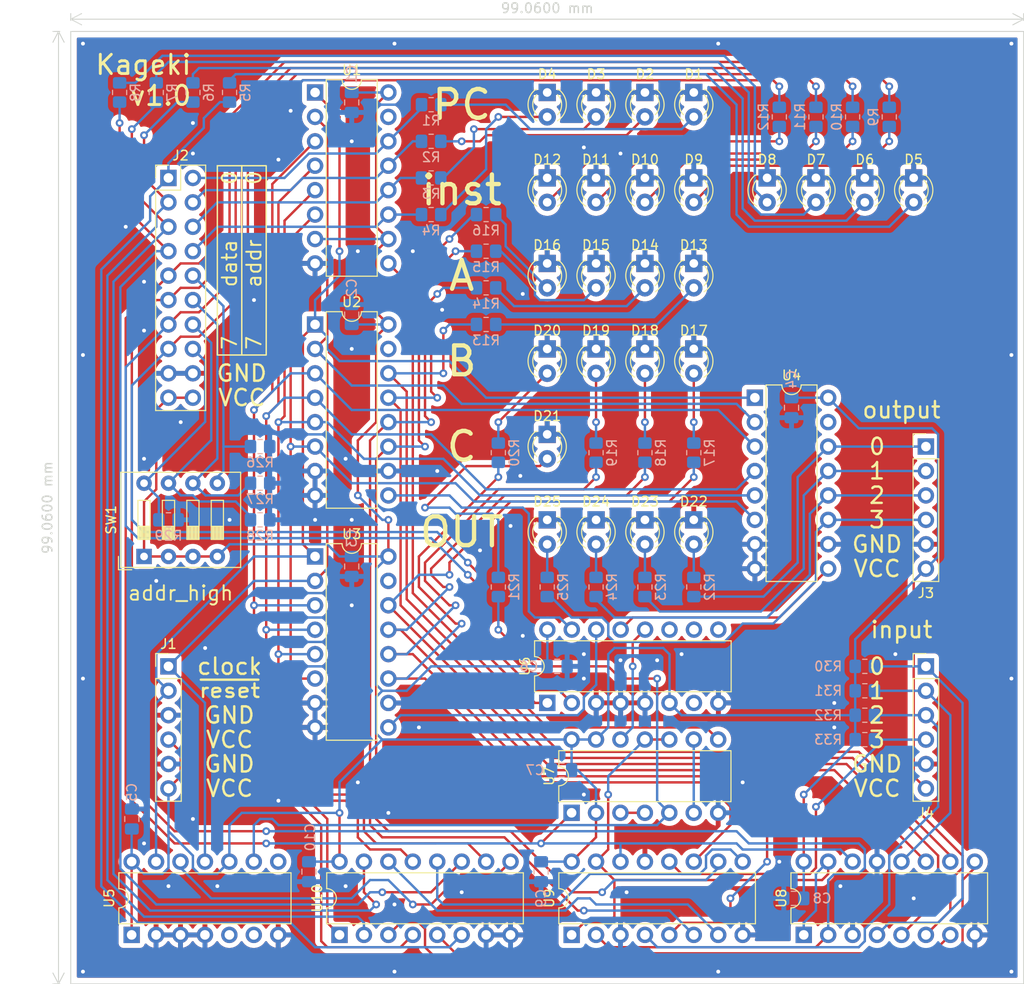
<source format=kicad_pcb>
(kicad_pcb (version 20211014) (generator pcbnew)
  (layers (0 "F.Cu" signal) (31 "B.Cu" signal) (34 "B.Paste" user) (35 "F.Paste" user) (36 "B.SilkS" user "B.Silkscreen") (37 "F.SilkS" user "F.Silkscreen") (38 "B.Mask" user) (39 "F.Mask" user) (44 "Edge.Cuts" user))
  (net 0 "")
  (net 1 "VCC")
  (net 2 "GND")
  (net 3 "Net-(D1-Pad2)")
  (net 4 "Net-(D2-Pad2)")
  (net 5 "Net-(D3-Pad2)")
  (net 6 "Net-(D4-Pad2)")
  (net 7 "Net-(D5-Pad2)")
  (net 8 "Net-(D6-Pad2)")
  (net 9 "Net-(D7-Pad2)")
  (net 10 "Net-(D8-Pad2)")
  (net 11 "Net-(D9-Pad2)")
  (net 12 "Net-(D10-Pad2)")
  (net 13 "Net-(D11-Pad2)")
  (net 14 "Net-(D12-Pad2)")
  (net 15 "Net-(D13-Pad2)")
  (net 16 "Net-(D14-Pad2)")
  (net 17 "Net-(D15-Pad2)")
  (net 18 "Net-(D16-Pad2)")
  (net 19 "Net-(D17-Pad2)")
  (net 20 "Net-(D18-Pad2)")
  (net 21 "Net-(D19-Pad2)")
  (net 22 "Net-(D20-Pad2)")
  (net 23 "Net-(D21-Pad2)")
  (net 24 "Net-(D22-Pad2)")
  (net 25 "Net-(D23-Pad2)")
  (net 26 "Net-(D24-Pad2)")
  (net 27 "Net-(D25-Pad2)")
  (net 28 "/ports/clk")
  (net 29 "/ports/~{reset}")
  (net 30 "/led/imm0")
  (net 31 "/led/imm1")
  (net 32 "/led/imm2")
  (net 33 "/led/imm3")
  (net 34 "/led/srcsel0")
  (net 35 "/led/srcsel1")
  (net 36 "/led/wbsel0")
  (net 37 "/led/wbsel1")
  (net 38 "/led/pc0")
  (net 39 "/led/pc1")
  (net 40 "/led/pc2")
  (net 41 "/led/pc3")
  (net 42 "/ports/pc4")
  (net 43 "/ports/pc5")
  (net 44 "/ports/pc6")
  (net 45 "/ports/pc7")
  (net 46 "/led/pout0")
  (net 47 "/led/pout1")
  (net 48 "/led/pout2")
  (net 49 "/led/pout3")
  (net 50 "/logic/pin0")
  (net 51 "/logic/pin1")
  (net 52 "/logic/pin2")
  (net 53 "/logic/pin3")
  (net 54 "/led/a0")
  (net 55 "/led/a1")
  (net 56 "/led/a2")
  (net 57 "/led/a3")
  (net 58 "/led/b0")
  (net 59 "/led/b1")
  (net 60 "/led/b2")
  (net 61 "/led/b3")
  (net 62 "/regs/c")
  (net 63 "/logic/wb0")
  (net 64 "/logic/wb1")
  (net 65 "/logic/wb2")
  (net 66 "/logic/wb3")
  (net 67 "/regs/~{wea}")
  (net 69 "/regs/~{web}")
  (net 71 "/regs/~{wep}")
  (net 73 "/regs/~{taken}")
  (net 78 "/logic/newc")
  (net 83 "Net-(U6-Pad12)")
  (net 84 "Net-(U7-Pad3)")
  (net 85 "Net-(U7-Pad6)")
  (net 86 "/logic/ispc")
  (net 87 "/logic/src0")
  (net 88 "/logic/src1")
  (net 89 "/logic/src2")
  (net 90 "/logic/src3")
  (footprint "LED_THT:LED_D3.0mm_Clear" (layer "F.Cu") (at 166.37 40.635 -90)
    (fp_text reference "D7")
    (fp_text value "OSG5TA3Z74A")
  )
  (footprint "LED_THT:LED_D3.0mm_Clear" (layer "F.Cu") (at 138.43 40.635 -90)
    (fp_text reference "D12")
    (fp_text value "OSG5TA3Z74A")
  )
  (footprint "PrjLibrary_CalicoCPU:DIP-14_W7.62mm_D1mm" (layer "F.Cu") (at 95.23 119.37 90)
    (fp_text reference "U5")
    (fp_text value "74HC74")
  )
  (footprint "PrjLibrary_CalicoCPU:DIP-16_W7.62mm_D1mm" (layer "F.Cu") (at 114.3 80.01)
    (fp_text reference "U3")
    (fp_text value "74HC161")
  )
  (footprint "Connector_PinHeader_2.54mm:PinHeader_1x06_P2.54mm_Vertical" (layer "F.Cu") (at 99.06 91.44)
    (fp_text reference "J1")
    (fp_text value "Conn_01x06")
  )
  (footprint "LED_THT:LED_D3.0mm_Clear" (layer "F.Cu") (at 143.51 31.75 -90)
    (fp_text reference "D3")
    (fp_text value "OSG5TA3Z74A")
  )
  (footprint "PrjLibrary_CalicoCPU:DIP-16_W7.62mm_D1mm" (layer "F.Cu") (at 140.97 119.37 90)
    (fp_text reference "U9")
    (fp_text value "74HC153")
  )
  (footprint "LED_THT:LED_D3.0mm_Clear" (layer "F.Cu") (at 153.67 58.42 -90)
    (fp_text reference "D17")
    (fp_text value "OSR5JA3Z74A")
  )
  (footprint "LED_THT:LED_D3.0mm_Clear" (layer "F.Cu") (at 153.67 40.635 -90)
    (fp_text reference "D9")
    (fp_text value "OSG5TA3Z74A")
  )
  (footprint "LED_THT:LED_D3.0mm_Clear" (layer "F.Cu") (at 171.45 40.635 -90)
    (fp_text reference "D6")
    (fp_text value "OSG5TA3Z74A")
  )
  (footprint "LED_THT:LED_D3.0mm_Clear" (layer "F.Cu") (at 161.29 40.635 -90)
    (fp_text reference "D8")
    (fp_text value "OSG5TA3Z74A")
  )
  (footprint "Button_Switch_THT:SW_DIP_SPSTx04_Slide_9.78x12.34mm_W7.62mm_P2.54mm" (layer "F.Cu") (at 96.52 80.01 90)
    (fp_text reference "SW1")
    (fp_text value "SW_DIP_x04")
  )
  (footprint "LED_THT:LED_D3.0mm_Clear" (layer "F.Cu") (at 138.43 67.31 -90)
    (fp_text reference "D21")
    (fp_text value "OSY5JA3Z74A")
  )
  (footprint "LED_THT:LED_D3.0mm_Clear" (layer "F.Cu") (at 138.43 31.75 -90)
    (fp_text reference "D4")
    (fp_text value "OSG5TA3Z74A")
  )
  (footprint "PrjLibrary_CalicoCPU:DIP-16_W7.62mm_D1mm" (layer "F.Cu") (at 160.02 63.5)
    (fp_text reference "U4")
    (fp_text value "74HC161")
  )
  (footprint "LED_THT:LED_D3.0mm_Clear" (layer "F.Cu") (at 176.53 40.635 -90)
    (fp_text reference "D5")
    (fp_text value "OSG5TA3Z74A")
  )
  (footprint "PrjLibrary_CalicoCPU:DIP-16_W7.62mm_D1mm" (layer "F.Cu") (at 114.3 31.75)
    (fp_text reference "U1")
    (fp_text value "74HC161")
  )
  (footprint "LED_THT:LED_D3.0mm_Clear" (layer "F.Cu") (at 148.59 31.75 -90)
    (fp_text reference "D2")
    (fp_text value "OSG5TA3Z74A")
  )
  (footprint "LED_THT:LED_D3.0mm_Clear" (layer "F.Cu") (at 143.51 58.42 -90)
    (fp_text reference "D19")
    (fp_text value "OSR5JA3Z74A")
  )
  (footprint "LED_THT:LED_D3.0mm_Clear" (layer "F.Cu") (at 138.43 76.2 -90)
    (fp_text reference "D25")
    (fp_text value "OSB5YU3Z74A")
  )
  (footprint "PrjLibrary_CalicoCPU:DIP-14_W7.62mm_D1mm" (layer "F.Cu") (at 140.965 106.67 90)
    (fp_text reference "U7")
    (fp_text value "74HC00")
  )
  (footprint "PrjLibrary_CalicoCPU:DIP-16_W7.62mm_D1mm" (layer "F.Cu") (at 165.1 119.37 90)
    (fp_text reference "U8")
    (fp_text value "74HC153")
  )
  (footprint "LED_THT:LED_D3.0mm_Clear" (layer "F.Cu") (at 148.59 49.53 -90)
    (fp_text reference "D14")
    (fp_text value "OSR5JA3Z74A")
  )
  (footprint "LED_THT:LED_D3.0mm_Clear" (layer "F.Cu") (at 153.67 76.2 -90)
    (fp_text reference "D22")
    (fp_text value "OSB5YU3Z74A")
  )
  (footprint "LED_THT:LED_D3.0mm_Clear" (layer "F.Cu") (at 143.51 40.635 -90)
    (fp_text reference "D11")
    (fp_text value "OSG5TA3Z74A")
  )
  (footprint "Connector_PinHeader_2.54mm:PinHeader_1x06_P2.54mm_Vertical" (layer "F.Cu") (at 177.8 68.58)
    (fp_text reference "J3")
    (fp_text value "Conn_01x06")
  )
  (footprint "PrjLibrary_CalicoCPU:DIP-16_W7.62mm_D1mm" (layer "F.Cu") (at 138.445 95.24 90)
    (fp_text reference "U6")
    (fp_text value "74HC138")
  )
  (footprint "LED_THT:LED_D3.0mm_Clear" (layer "F.Cu") (at 153.67 49.53 -90)
    (fp_text reference "D13")
    (fp_text value "OSR5JA3Z74A")
  )
  (footprint "LED_THT:LED_D3.0mm_Clear" (layer "F.Cu") (at 138.43 49.53 -90)
    (fp_text reference "D16")
    (fp_text value "OSR5JA3Z74A")
  )
  (footprint "LED_THT:LED_D3.0mm_Clear" (layer "F.Cu") (at 143.51 49.53 -90)
    (fp_text reference "D15")
    (fp_text value "OSR5JA3Z74A")
  )
  (footprint "PrjLibrary_CalicoCPU:PinHeader_2x10_P2.54mm_Vertical_Top_Bottom" (layer "F.Cu") (at 99.055 40.64)
    (fp_text reference "J2")
    (fp_text value "Conn_02x10_Top_Bottom")
  )
  (footprint "PrjLibrary_CalicoCPU:DIP-16_W7.62mm_D1mm" (layer "F.Cu") (at 114.3 55.88)
    (fp_text reference "U2")
    (fp_text value "74HC161")
  )
  (footprint "LED_THT:LED_D3.0mm_Clear" (layer "F.Cu") (at 148.59 76.2 -90)
    (fp_text reference "D23")
    (fp_text value "OSB5YU3Z74A")
  )
  (footprint "LED_THT:LED_D3.0mm_Clear" (layer "F.Cu") (at 148.59 40.635 -90)
    (fp_text reference "D10")
    (fp_text value "OSG5TA3Z74A")
  )
  (footprint "LED_THT:LED_D3.0mm_Clear" (layer "F.Cu") (at 138.43 58.42 -90)
    (fp_text reference "D20")
    (fp_text value "OSR5JA3Z74A")
  )
  (footprint "Connector_PinHeader_2.54mm:PinHeader_1x06_P2.54mm_Vertical" (layer "F.Cu") (at 177.8 91.44)
    (fp_text reference "J4")
    (fp_text value "Conn_01x06")
  )
  (footprint "LED_THT:LED_D3.0mm_Clear" (layer "F.Cu") (at 143.51 76.2 -90)
    (fp_text reference "D24")
    (fp_text value "OSB5YU3Z74A")
  )
  (footprint "LED_THT:LED_D3.0mm_Clear" (layer "F.Cu") (at 153.67 31.75 -90)
    (fp_text reference "D1")
    (fp_text value "OSG5TA3Z74A")
  )
  (footprint "LED_THT:LED_D3.0mm_Clear" (layer "F.Cu") (at 148.59 58.42 -90)
    (fp_text reference "D18")
    (fp_text value "OSR5JA3Z74A")
  )
  (footprint "PrjLibrary_CalicoCPU:DIP-16_W7.62mm_D1mm" (layer "F.Cu") (at 116.84 119.37 90)
    (fp_text reference "U10")
    (fp_text value "74HC283")
  )
  (footprint "Resistor_SMD:R_0805_2012Metric_Pad1.20x1.40mm_HandSolder" (layer "B.Cu") (at 170.18 34.29 -90)
    (fp_text reference "R10")
    (fp_text value "20k")
  )
  (footprint "Resistor_SMD:R_0805_2012Metric_Pad1.20x1.40mm_HandSolder" (layer "B.Cu") (at 126.365 33.02)
    (fp_text reference "R1")
    (fp_text value "20k")
  )
  (footprint "Resistor_SMD:R_0805_2012Metric_Pad1.20x1.40mm_HandSolder" (layer "B.Cu") (at 132.08 44.45)
    (fp_text reference "R16")
    (fp_text value "5k")
  )
  (footprint "Resistor_SMD:R_0805_2012Metric_Pad1.20x1.40mm_HandSolder" (layer "B.Cu") (at 153.67 69.215 90)
    (fp_text reference "R17")
    (fp_text value "5k")
  )
  (footprint "Resistor_SMD:R_0805_2012Metric_Pad1.20x1.40mm_HandSolder" (layer "B.Cu") (at 108.585 68.58)
    (fp_text reference "R26")
    (fp_text value "10k")
  )
  (footprint "Resistor_SMD:R_0805_2012Metric_Pad1.20x1.40mm_HandSolder" (layer "B.Cu") (at 143.51 83.185 90)
    (fp_text reference "R24")
    (fp_text value "2k")
  )
  (footprint "Resistor_SMD:R_0805_2012Metric_Pad1.20x1.40mm_HandSolder" (layer "B.Cu") (at 171.45 93.98)
    (fp_text reference "R31")
    (fp_text value "1M")
  )
  (footprint "Capacitor_SMD:C_0805_2012Metric_Pad1.18x1.45mm_HandSolder" (layer "B.Cu") (at 113.665 112.7975 -90)
    (fp_text reference "C10")
    (fp_text value "0.1u")
  )
  (footprint "Resistor_SMD:R_0805_2012Metric_Pad1.20x1.40mm_HandSolder" (layer "B.Cu") (at 171.45 91.44)
    (fp_text reference "R30")
    (fp_text value "1M")
  )
  (footprint "Capacitor_SMD:C_0805_2012Metric_Pad1.18x1.45mm_HandSolder" (layer "B.Cu") (at 118.11 81.0475 -90)
    (fp_text reference "C3")
    (fp_text value "0.1u")
  )
  (footprint "Resistor_SMD:R_0805_2012Metric_Pad1.20x1.40mm_HandSolder" (layer "B.Cu") (at 171.45 99.06)
    (fp_text reference "R33")
    (fp_text value "1M")
  )
  (footprint "Capacitor_SMD:C_0805_2012Metric_Pad1.18x1.45mm_HandSolder" (layer "B.Cu") (at 163.83 64.5375 -90)
    (fp_text reference "C4")
    (fp_text value "0.1u")
  )
  (footprint "Resistor_SMD:R_0805_2012Metric_Pad1.20x1.40mm_HandSolder" (layer "B.Cu") (at 126.365 40.64)
    (fp_text reference "R3")
    (fp_text value "20k")
  )
  (footprint "Capacitor_SMD:C_0805_2012Metric_Pad1.18x1.45mm_HandSolder" (layer "B.Cu") (at 118.11 32.7875 -90)
    (fp_text reference "C1")
    (fp_text value "0.1u")
  )
  (footprint "Capacitor_SMD:C_0805_2012Metric_Pad1.18x1.45mm_HandSolder" (layer "B.Cu") (at 139.4675 91.44)
    (fp_text reference "C6")
    (fp_text value "0.1u")
  )
  (footprint "Resistor_SMD:R_0805_2012Metric_Pad1.20x1.40mm_HandSolder" (layer "B.Cu") (at 132.08 48.26)
    (fp_text reference "R15")
    (fp_text value "5k")
  )
  (footprint "Resistor_SMD:R_0805_2012Metric_Pad1.20x1.40mm_HandSolder" (layer "B.Cu") (at 138.43 83.185 90)
    (fp_text reference "R25")
    (fp_text value "2k")
  )
  (footprint "Resistor_SMD:R_0805_2012Metric_Pad1.20x1.40mm_HandSolder" (layer "B.Cu") (at 162.56 34.29 -90)
    (fp_text reference "R12")
    (fp_text value "20k")
  )
  (footprint "Resistor_SMD:R_0805_2012Metric_Pad1.20x1.40mm_HandSolder" (layer "B.Cu") (at 99.06 76.2)
    (fp_text reference "R29")
    (fp_text value "10k")
  )
  (footprint "Resistor_SMD:R_0805_2012Metric_Pad1.20x1.40mm_HandSolder" (layer "B.Cu") (at 173.99 34.29 -90)
    (fp_text reference "R9")
    (fp_text value "20k")
  )
  (footprint "Resistor_SMD:R_0805_2012Metric_Pad1.20x1.40mm_HandSolder" (layer "B.Cu") (at 101.6 31.75 90)
    (fp_text reference "R6")
    (fp_text value "20k")
  )
  (footprint "Resistor_SMD:R_0805_2012Metric_Pad1.20x1.40mm_HandSolder" (layer "B.Cu") (at 148.59 69.215 90)
    (fp_text reference "R18")
    (fp_text value "5k")
  )
  (footprint "Resistor_SMD:R_0805_2012Metric_Pad1.20x1.40mm_HandSolder" (layer "B.Cu") (at 108.585 76.2)
    (fp_text reference "R28")
    (fp_text value "10k")
  )
  (footprint "Capacitor_SMD:C_0805_2012Metric_Pad1.18x1.45mm_HandSolder" (layer "B.Cu") (at 95.25 107.315 90)
    (fp_text reference "C5")
    (fp_text value "0.1u")
  )
  (footprint "Resistor_SMD:R_0805_2012Metric_Pad1.20x1.40mm_HandSolder" (layer "B.Cu") (at 133.35 69.215 90)
    (fp_text reference "R20")
    (fp_text value "5k")
  )
  (footprint "Resistor_SMD:R_0805_2012Metric_Pad1.20x1.40mm_HandSolder" (layer "B.Cu") (at 105.41 31.75 90)
    (fp_text reference "R5")
    (fp_text value "20k")
  )
  (footprint "Resistor_SMD:R_0805_2012Metric_Pad1.20x1.40mm_HandSolder" (layer "B.Cu") (at 108.585 72.39)
    (fp_text reference "R27")
    (fp_text value "10k")
  )
  (footprint "Resistor_SMD:R_0805_2012Metric_Pad1.20x1.40mm_HandSolder" (layer "B.Cu") (at 143.51 69.215 90)
    (fp_text reference "R19")
    (fp_text value "5k")
  )
  (footprint "Resistor_SMD:R_0805_2012Metric_Pad1.20x1.40mm_HandSolder" (layer "B.Cu") (at 153.67 83.185 90)
    (fp_text reference "R22")
    (fp_text value "2k")
  )
  (footprint "Resistor_SMD:R_0805_2012Metric_Pad1.20x1.40mm_HandSolder" (layer "B.Cu") (at 166.37 34.29 -90)
    (fp_text reference "R11")
    (fp_text value "20k")
  )
  (footprint "Resistor_SMD:R_0805_2012Metric_Pad1.20x1.40mm_HandSolder" (layer "B.Cu") (at 126.365 36.83)
    (fp_text reference "R2")
    (fp_text value "20k")
  )
  (footprint "Resistor_SMD:R_0805_2012Metric_Pad1.20x1.40mm_HandSolder" (layer "B.Cu") (at 97.79 31.75 90)
    (fp_text reference "R7")
    (fp_text value "20k")
  )
  (footprint "Capacitor_SMD:C_0805_2012Metric_Pad1.18x1.45mm_HandSolder" (layer "B.Cu") (at 118.11 54.8425 90)
    (fp_text reference "C2")
    (fp_text value "0.1u")
  )
  (footprint "Resistor_SMD:R_0805_2012Metric_Pad1.20x1.40mm_HandSolder" (layer "B.Cu") (at 126.365 44.45)
    (fp_text reference "R4")
    (fp_text value "20k")
  )
  (footprint "Capacitor_SMD:C_0805_2012Metric_Pad1.18x1.45mm_HandSolder" (layer "B.Cu") (at 137.795 112.7975 -90)
    (fp_text reference "C9")
    (fp_text value "0.1u")
  )
  (footprint "Resistor_SMD:R_0805_2012Metric_Pad1.20x1.40mm_HandSolder" (layer "B.Cu") (at 171.45 96.52)
    (fp_text reference "R32")
    (fp_text value "1M")
  )
  (footprint "Resistor_SMD:R_0805_2012Metric_Pad1.20x1.40mm_HandSolder" (layer "B.Cu") (at 133.35 83.185 90)
    (fp_text reference "R21")
    (fp_text value "2k")
  )
  (footprint "Resistor_SMD:R_0805_2012Metric_Pad1.20x1.40mm_HandSolder" (layer "B.Cu") (at 93.98 31.75 90)
    (fp_text reference "R8")
    (fp_text value "20k")
  )
  (footprint "Capacitor_SMD:C_0805_2012Metric_Pad1.18x1.45mm_HandSolder" (layer "B.Cu") (at 164.0625 115.57 180)
    (fp_text reference "C8")
    (fp_text value "0.1u")
  )
  (footprint "Resistor_SMD:R_0805_2012Metric_Pad1.20x1.40mm_HandSolder" (layer "B.Cu") (at 132.08 52.07)
    (fp_text reference "R14")
    (fp_text value "5k")
  )
  (footprint "Capacitor_SMD:C_0805_2012Metric_Pad1.18x1.45mm_HandSolder" (layer "B.Cu") (at 139.9325 102.235 180)
    (fp_text reference "C7")
    (fp_text value "0.1u")
  )
  (footprint "Resistor_SMD:R_0805_2012Metric_Pad1.20x1.40mm_HandSolder" (layer "B.Cu") (at 132.08 55.88)
    (fp_text reference "R13")
    (fp_text value "5k")
  )
  (footprint "Resistor_SMD:R_0805_2012Metric_Pad1.20x1.40mm_HandSolder" (layer "B.Cu") (at 148.59 83.185 90)
    (fp_text reference "R23")
    (fp_text value "2k")
  )
  (gr_rect (start 104.14 39.37) (end 109.22 59.055) (layer "F.SilkS") (width 0.15) (fill none))
  (gr_line (start 106.68 39.37) (end 106.68 59.055) (layer "F.SilkS") (width 0.15))
  (gr_rect (start 88.9 25.4) (end 187.96 124.46) (layer "Edge.Cuts") (width 0.1) (fill none))
  (gr_text "2" (at 172.72 96.52) (layer "F.SilkS") (effects (font (size 1.7 1.7) (thickness 0.25))))
  (gr_text "3" (at 172.72 76.2) (layer "F.SilkS") (effects (font (size 1.7 1.7) (thickness 0.25))))
  (gr_text "B" (at 129.54 59.69) (layer "F.SilkS") (effects (font (size 3 3) (thickness 0.45))))
  (gr_text "GND" (at 172.72 101.6) (layer "F.SilkS") (effects (font (size 1.7 1.7) (thickness 0.25))))
  (gr_text "3" (at 172.72 99.06) (layer "F.SilkS") (effects (font (size 1.7 1.7) (thickness 0.25))))
  (gr_text "VCC" (at 105.41 104.14) (layer "F.SilkS") (effects (font (size 1.7 1.7) (thickness 0.25))))
  (gr_text "0" (at 172.72 68.58) (layer "F.SilkS") (effects (font (size 1.7 1.7) (thickness 0.25))))
  (gr_text "VCC" (at 106.68 63.5) (layer "F.SilkS") (effects (font (size 1.7 1.7) (thickness 0.25))))
  (gr_text "GND" (at 105.41 96.52) (layer "F.SilkS") (effects (font (size 1.7 1.7) (thickness 0.25))))
  (gr_text "PC" (at 129.54 33.02) (layer "F.SilkS") (effects (font (size 3 3) (thickness 0.45))))
  (gr_text "VCC" (at 105.41 99.06) (layer "F.SilkS") (effects (font (size 1.7 1.7) (thickness 0.25))))
  (gr_text "GND" (at 105.41 101.6) (layer "F.SilkS") (effects (font (size 1.7 1.7) (thickness 0.25))))
  (gr_text "clock" (at 105.41 91.44) (layer "F.SilkS") (effects (font (size 1.7 1.7) (thickness 0.25))))
  (gr_text "1" (at 172.72 93.98) (layer "F.SilkS") (effects (font (size 1.7 1.7) (thickness 0.25))))
  (gr_text "VCC" (at 172.72 104.14) (layer "F.SilkS") (effects (font (size 1.7 1.7) (thickness 0.25))))
  (gr_text "C" (at 129.54 68.58) (layer "F.SilkS") (effects (font (size 3 3) (thickness 0.45))))
  (gr_text "data" (at 105.41 49.53 90) (layer "F.SilkS") (effects (font (size 1.5 1.5) (thickness 0.2))))
  (gr_text "GND" (at 172.72 78.74) (layer "F.SilkS") (effects (font (size 1.7 1.7) (thickness 0.25))))
  (gr_text "addr_high" (at 100.33 83.82) (layer "F.SilkS") (effects (font (size 1.5 1.5) (thickness 0.2))))
  (gr_text "7" (at 107.95 57.785 90) (layer "F.SilkS") (effects (font (size 1.5 1.5) (thickness 0.2))))
  (gr_text "A" (at 129.54 50.8) (layer "F.SilkS") (effects (font (size 3 3) (thickness 0.45))))
  (gr_text "output" (at 175.26 64.77) (layer "F.SilkS") (effects (font (size 1.7 1.7) (thickness 0.25))))
  (gr_text "input" (at 175.26 87.63) (layer "F.SilkS") (effects (font (size 1.7 1.7) (thickness 0.25))))
  (gr_text "0" (at 172.72 91.44) (layer "F.SilkS") (effects (font (size 1.7 1.7) (thickness 0.25))))
  (gr_text "VCC" (at 172.72 81.28) (layer "F.SilkS") (effects (font (size 1.7 1.7) (thickness 0.25))))
  (gr_text "2" (at 172.72 73.66) (layer "F.SilkS") (effects (font (size 1.7 1.7) (thickness 0.25))))
  (gr_text "addr" (at 107.95 49.53 90) (layer "F.SilkS") (effects (font (size 1.5 1.5) (thickness 0.2))))
  (gr_text "GND" (at 106.68 60.96) (layer "F.SilkS") (effects (font (size 1.7 1.7) (thickness 0.25))))
  (gr_text "0" (at 105.41 40.64 90) (layer "F.SilkS") (effects (font (size 1.5 1.5) (thickness 0.2))))
  (gr_text "OUT" (at 129.54 77.47) (layer "F.SilkS") (effects (font (size 3 3) (thickness 0.45))))
  (gr_text "~{reset}" (at 105.41 93.98) (layer "F.SilkS") (effects (font (size 1.4 1.7) (thickness 0.25))))
  (gr_text "0" (at 107.95 40.64 90) (layer "F.SilkS") (effects (font (size 1.5 1.5) (thickness 0.2))))
  (gr_text "1" (at 172.72 71.12) (layer "F.SilkS") (effects (font (size 1.7 1.7) (thickness 0.25))))
  (gr_text "Kageki\nv1.0" (at 101.6 30.48) (layer "F.SilkS") (effects (font (size 2 2) (thickness 0.3)) (justify right)))
  (gr_text "7" (at 105.41 57.785 90) (layer "F.SilkS") (effects (font (size 1.5 1.5) (thickness 0.2))))
  (gr_text "inst" (at 129.54 41.91) (layer "F.SilkS") (effects (font (size 3 3) (thickness 0.45))))
  (dimension (type aligned) (layer "Edge.Cuts") (pts (xy 88.265 25.4) (xy 88.265 124.46)) (height 0.635) (gr_text "99.0600 mm" (at 86.48 74.93 90) (layer "Edge.Cuts") (effects (font (size 1 1) (thickness 0.15)))) (format (units 3) (units_format 1) (precision 4)) (style (thickness 0.1) (arrow_length 1.27) (text_position_mode 0) (extension_height 0.58642) (extension_offset 0.5) keep_text_aligned))
  (dimension (type aligned) (layer "Edge.Cuts") (pts (xy 88.9 24.765) (xy 187.96 24.765)) (height -0.635) (gr_text "99.0600 mm" (at 138.43 22.98) (layer "Edge.Cuts") (effects (font (size 1 1) (thickness 0.15)))) (format (units 3) (units_format 1) (precision 4)) (style (thickness 0.1) (arrow_length 1.27) (text_position_mode 0) (extension_height 0.58642) (extension_offset 0.5) keep_text_aligned))
  (segment (start 120.65 54.61) (end 121.92 55.88) (width 0.25) (layer "F.Cu") (net 1))
  (segment (start 99.055 63.5) (end 101.595 63.5) (width 0.25) (layer "F.Cu") (net 1))
  (segment (start 97.79 64.765) (end 99.055 63.5) (width 0.25) (layer "F.Cu") (net 1))
  (segment (start 104.14 80.01) (end 96.52 80.01) (width 0.25) (layer "F.Cu") (net 1))
  (segment (start 120.65 57.15) (end 121.92 55.88) (width 0.25) (layer "F.Cu") (net 1))
  (segment (start 121.92 80.01) (end 121.92 76.2) (width 0.25) (layer "F.Cu") (net 1))
  (segment (start 140.97 111.75) (end 143.505 109.215) (width 0.25) (layer "F.Cu") (net 1))
  (segment (start 100.33 100.33) (end 100.33 102.87) (width 0.25) (layer "F.Cu") (net 1))
  (segment (start 120.65 45.72) (end 121.92 46.99) (width 0.25) (layer "F.Cu") (net 1))
  (segment (start 177.8 104.14) (end 176.53 102.87) (width 0.25) (layer "F.Cu") (net 1))
  (segment (start 99.06 99.06) (end 100.33 100.33) (width 0.25) (layer "F.Cu") (net 1))
  (segment (start 116.84 106.68) (end 116.84 111.75) (width 0.25) (layer "F.Cu") (net 1))
  (segment (start 121.92 46.99) (end 120.65 48.26) (width 0.25) (layer "F.Cu") (net 1))
  (segment (start 120.65 66.04) (end 118.745 67.945) (width 0.25) (layer "F.Cu") (net 1))
  (segment (start 100.33 102.87) (end 99.06 104.14) (width 0.25) (layer "F.Cu") (net 1))
  (segment (start 176.53 82.55) (end 177.8 81.28) (width 0.25) (layer "F.Cu") (net 1))
  (segment (start 143.505 109.215) (end 143.505 106.67) (width 0.25) (layer "F.Cu") (net 1))
  (segment (start 165.1 111.75) (end 165.1 104.775) (width 0.25) (layer "F.Cu") (net 1))
  (segment (start 96.52 74.295) (end 97.79 73.025) (width 0.25) (layer "F.Cu") (net 1))
  (segment (start 120.65 48.26) (end 120.65 54.61) (width 0.25) (layer "F.Cu") (net 1))
  (segment (start 120.65 33.02) (end 120.65 45.72) (width 0.25) (layer "F.Cu") (net 1))
  (segment (start 95.23 111.75) (end 95.23 119.37) (width 0.25) (layer "F.Cu") (net 1))
  (segment (start 120.65 57.15) (end 120.65 66.04) (width 0.25) (layer "F.Cu") (net 1))
  (segment (start 121.92 31.75) (end 120.65 33.02) (width 0.25) (layer "F.Cu") (net 1))
  (segment (start 118.745 73.66) (end 118.745 67.945) (width 0.25) (layer "F.Cu") (net 1))
  (segment (start 97.79 73.025) (end 97.79 64.765) (width 0.25) (layer "F.Cu") (net 1))
  (segment (start 96.52 80.01) (end 96.52 74.295) (width 0.25) (layer "F.Cu") (net 1))
  (segment (start 176.53 102.87) (end 176.53 82.55) (width 0.25) (layer "F.Cu") (net 1))
  (via (at 118.745 73.66) (size 0.8) (drill 0.4) (layers "F.Cu" "B.Cu") (net 1))
  (via (at 121.92 76.2) (size 0.8) (drill 0.4) (layers "F.Cu" "B.Cu") (net 1))
  (via (at 165.1 104.775) (size 0.8) (drill 0.4) (layers "F.Cu" "B.Cu") (net 1))
  (via (at 116.84 106.68) (size 0.8) (drill 0.4) (layers "F.Cu" "B.Cu") (net 1))
  (segment (start 113.675 111.75) (end 116.84 111.75) (width 0.25) (layer "B.Cu") (net 1))
  (segment (start 151.145 95.24) (end 152.4 96.52) (width 0.25) (layer "B.Cu") (net 1))
  (segment (start 170.45 96.52) (end 170.45 93.98) (width 0.25) (layer "B.Cu") (net 1))
  (segment (start 121.275 99.05) (end 120.65 98.425) (width 0.25) (layer "B.Cu") (net 1))
  (segment (start 101.6 112.395) (end 102.235 113.03) (width 0.25) (layer "B.Cu") (net 1))
  (segment (start 163.83 63.5) (end 167.64 63.5) (width 0.25) (layer "B.Cu") (net 1))
  (segment (start 138.445 91.425) (end 138.43 91.44) (width 0.25) (layer "B.Cu") (net 1))
  (segment (start 96.51 113.03) (end 95.23 111.75) (width 0.25) (layer "B.Cu") (net 1))
  (segment (start 123.825 93.98) (end 121.285 93.98) (width 0.25) (layer "B.Cu") (net 1))
  (segment (start 99.06 112.395) (end 98.425 113.03) (width 0.25) (layer "B.Cu") (net 1))
  (segment (start 118.11 55.88) (end 121.92 55.88) (width 0.25) (layer "B.Cu") (net 1))
  (segment (start 120.65 98.425) (end 120.65 94.615) (width 0.25) (layer "B.Cu") (net 1))
  (segment (start 170.45 91.44) (end 170.45 88.63) (width 0.25) (layer "B.Cu") (net 1))
  (segment (start 140.965 99.05) (end 140.965 102.23) (width 0.25) (layer "B.Cu") (net 1))
  (segment (start 105.39 111.75) (end 104.14 113) (width 0.25) (layer "B.Cu") (net 1))
  (segment (start 121.285 93.98) (end 120.65 93.345) (width 0.25) (layer "B.Cu") (net 1))
  (segment (start 114.3 46.99) (end 121.92 46.99) (width 0.25) (layer "B.Cu") (net 1))
  (segment (start 143.505 99.05) (end 140.965 99.05) (width 0.25) (layer "B.Cu") (net 1))
  (segment (start 152.4 96.52) (end 170.45 96.52) (width 0.25) (layer "B.Cu") (net 1))
  (segment (start 143.505 106.67) (end 143.505 104.77) (width 0.25) (layer "B.Cu") (net 1))
  (segment (start 100.965 110.49) (end 99.06 108.585) (width 0.25) (layer "B.Cu") (net 1))
  (segment (start 116.84 106.68) (end 106.68 106.68) (width 0.25) (layer "B.Cu") (net 1))
  (segment (start 179.07 80.01) (end 179.07 67.31) (width 0.25) (layer "B.Cu") (net 1))
  (segment (start 106.68 106.68) (end 105.39 107.97) (width 0.25) (layer "B.Cu") (net 1))
  (segment (start 118.11 80.01) (end 121.92 80.01) (width 0.25) (layer "B.Cu") (net 1))
  (segment (start 120.65 81.28) (end 121.92 80.01) (width 0.25) (layer "B.Cu") (net 1))
  (segment (start 138.445 87.62) (end 138.445 91.425) (width 0.25) (layer "B.Cu") (net 1))
  (segment (start 140.965 99.05) (end 121.275 99.05) (width 0.25) (layer "B.Cu") (net 1))
  (segment (start 167.64 63.5) (end 170.815 66.675) (width 0.25) (layer "B.Cu") (net 1))
  (segment (start 105.39 107.97) (end 105.39 111.75) (width 0.25) (layer "B.Cu") (net 1))
  (segment (start 105.41 78.74) (end 104.14 80.01) (width 0.25) (layer "B.Cu") (net 1))
  (segment (start 120.65 94.615) (end 121.285 93.98) (width 0.25) (layer "B.Cu") (net 1))
  (segment (start 137.795 111.76) (end 137.805 111.75) (width 0.25) (layer "B.Cu") (net 1))
  (segment (start 179.07 67.31) (end 178.435 66.675) (width 0.25) (layer "B.Cu") (net 1))
  (segment (start 165.1 111.75) (end 165.1 115.57) (width 0.25) (layer "B.Cu") (net 1))
  (segment (start 138.43 91.44) (end 126.365 91.44) (width 0.25) (layer "B.Cu") (net 1))
  (segment (start 177.8 81.28) (end 179.07 80.01) (width 0.25) (layer "B.Cu") (net 1))
  (segment (start 120.65 93.345) (end 120.65 81.28) (width 0.25) (layer "B.Cu") (net 1))
  (segment (start 121.285 76.2) (end 121.92 76.2) (width 0.25) (layer "B.Cu") (net 1))
  (segment (start 99.06 108.585) (end 99.06 104.14) (width 0.25) (layer "B.Cu") (net 1))
  (segment (start 118.11 31.75) (end 121.92 31.75) (width 0.25) (layer "B.Cu") (net 1))
  (segment (start 118.11 80.01) (end 116.84 80.01) (width 0.25) (layer "B.Cu") (net 1))
  (segment (start 113.665 111.76) (end 113.675 111.75) (width 0.25) (layer "B.Cu") (net 1))
  (segment (start 115.57 78.74) (end 105.41 78.74) (width 0.25) (layer "B.Cu") (net 1))
  (segment (start 170.45 93.98) (end 170.45 91.44) (width 0.25) (layer "B.Cu") (net 1))
  (segment (start 116.84 80.01) (end 115.57 78.74) (width 0.25) (layer "B.Cu") (net 1))
  (segment (start 140.97 102.235) (end 141.605 102.235) (width 0.25) (layer "B.Cu") (net 1))
  (segment (start 143.51 104.765) (end 143.505 104.77) (width 0.25) (layer "B.Cu") (net 1))
  (segment (start 170.45 99.06) (end 170.45 99.425) (width 0.25) (layer "B.Cu") (net 1))
  (segment (start 143.505 99.05) (end 144.78 97.775) (width 0.25) (layer "B.Cu") (net 1))
  (segment (start 95.23 108.3725) (end 95.25 108.3525) (width 0.25) (layer "B.Cu") (net 1))
  (segment (start 101.6 111.125) (end 101.6 112.395) (width 0.25) (layer "B.Cu") (net 1))
  (segment (start 121.275 99.05) (end 116.84 103.485) (width 0.25) (layer "B.Cu") (net 1))
  (segment (start 140.965 102.23) (end 140.97 102.235) (width 0.25) (layer "B.Cu") (net 1))
  (segment (start 170.45 99.06) (end 170.45 96.52) (width 0.25) (layer "B.Cu") (net 1))
  (segment (start 99.06 112.395) (end 99.06 108.585) (width 0.25) (layer "B.Cu") (net 1))
  (segment (start 170.815 66.675) (end 178.435 66.675) (width 0.25) (layer "B.Cu") (net 1))
  (segment (start 144.78 90.17) (end 145.415 89.535) (width 0.25) (layer "B.Cu") (net 1))
  (segment (start 150.495 89.535) (end 151.145 90.185) (width 0.25) (layer "B.Cu") (net 1))
  (segment (start 145.415 89.535) (end 150.495 89.535) (width 0.25) (layer "B.Cu") (net 1))
  (segment (start 104.14 113.03) (end 102.235 113.03) (width 0.25) (layer "B.Cu") (net 1))
  (segment (start 100.965 110.49) (end 101.6 111.125) (width 0.25) (layer "B.Cu") (net 1))
  (segment (start 104.14 113) (end 104.14 113.03) (width 0.25) (layer "B.Cu") (net 1))
  (segment (start 118.745 73.66) (end 121.285 76.2) (width 0.25) (layer "B.Cu") (net 1))
  (segment (start 151.145 90.185) (end 151.145 95.24) (width 0.25) (layer "B.Cu") (net 1))
  (segment (start 126.365 91.44) (end 123.825 93.98) (width 0.25) (layer "B.Cu") (net 1))
  (segment (start 141.605 102.235) (end 143.51 104.14) (width 0.25) (layer "B.Cu") (net 1))
  (segment (start 137.805 111.75) (end 140.97 111.75) (width 0.25) (layer "B.Cu") (net 1))
  (segment (start 116.84 103.485) (end 116.84 106.68) (width 0.25) (layer "B.Cu") (net 1))
  (segment (start 98.425 113.03) (end 96.51 113.03) (width 0.25) (layer "B.Cu") (net 1))
  (segment (start 170.45 99.425) (end 165.1 104.775) (width 0.25) (layer "B.Cu") (net 1))
  (segment (start 170.45 88.63) (end 177.8 81.28) (width 0.25) (layer "B.Cu") (net 1))
  (segment (start 144.78 97.775) (end 144.78 90.17) (width 0.25) (layer "B.Cu") (net 1))
  (segment (start 143.51 104.14) (end 143.51 104.765) (width 0.25) (layer "B.Cu") (net 1))
  (segment (start 95.23 111.75) (end 95.23 108.3725) (width 0.25) (layer "B.Cu") (net 1))
  (via (at 176.53 115.57) (size 0.8) (drill 0.4) (layers "F.Cu" "B.Cu") (net 2))
  (via (at 162.56 111.76) (size 0.8) (drill 0.4) (layers "F.Cu" "B.Cu") (net 2))
  (via (at 186.69 123.19) (size 0.8) (drill 0.4) (layers "F.Cu" "B.Cu") (net 2))
  (via (at 135.89 88.265) (size 0.8) (drill 0.4) (layers "F.Cu" "B.Cu") (net 2))
  (via (at 96.52 51.435) (size 0.8) (drill 0.4) (layers "F.Cu" "B.Cu") (net 2))
  (via (at 186.69 92.71) (size 0.8) (drill 0.4) (layers "F.Cu" "B.Cu") (net 2))
  (via (at 117.475 114.3) (size 0.8) (drill 0.4) (layers "F.Cu" "B.Cu") (net 2))
  (via (at 90.17 59.055) (size 0.8) (drill 0.4) (layers "F.Cu" "B.Cu") (net 2))
  (via (at 118.11 85.09) (size 0.8) (drill 0.4) (layers "F.Cu" "B.Cu") (net 2))
  (via (at 118.11 36.83) (size 0.8) (drill 0.4) (layers "F.Cu" "B.Cu") (net 2))
  (via (at 135.636 71.628) (size 0.8) (drill 0.4) (layers "F.Cu" "B.Cu") (net 2))
  (via (at 156.21 123.19) (size 0.8) (drill 0.4) (layers "F.Cu" "B.Cu") (net 2))
  (via (at 118.11 76.2) (size 0.8) (drill 0.4) (layers "F.Cu" "B.Cu") (net 2))
  (via (at 152.4 90.17) (size 0.8) (drill 0.4) (layers "F.Cu" "B.Cu") (net 2))
  (via (at 118.745 48.26) (size 0.8) (drill 0.4) (layers "F.Cu" "B.Cu") (net 2))
  (via (at 156.21 26.67) (size 0.8) (drill 0.4) (layers "F.Cu" "B.Cu") (net 2))
  (via (at 146.05 90.805) (size 0.8) (drill 0.4) (layers "F.Cu" "B.Cu") (net 2))
  (via (at 125.095 97.79) (size 0.8) (drill 0.4) (layers "F.Cu" "B.Cu") (net 2))
  (via (at 146.05 38.1) (size 0.8) (drill 0.4) (layers "F.Cu" "B.Cu") (net 2))
  (via (at 142.24 37.465) (size 0.8) (drill 0.4) (layers "F.Cu" "B.Cu") (net 2))
  (via (at 105.41 76.2) (size 0.8) (drill 0.4) (layers "F.Cu" "B.Cu") (net 2))
  (via (at 131.445 79.375) (size 0.8) (drill 0.4) (layers "F.Cu" "B.Cu") (net 2))
  (via (at 111.76 33.655) (size 0.8) (drill 0.4) (layers "F.Cu" "B.Cu") (net 2))
  (via (at 110.49 105.41) (size 0.8) (drill 0.4) (layers "F.Cu" "B.Cu") (net 2))
  (via (at 101.6 107.315) (size 0.8) (drill 0.4) (layers "F.Cu" "B.Cu") (net 2))
  (via (at 168.275 95.25) (size 0.8) (drill 0.4) (layers "F.Cu" "B.Cu") (net 2))
  (via (at 122.555 116.205) (size 0.8) (drill 0.4) (layers "F.Cu" "B.Cu") (net 2))
  (via (at 124.46 48.26) (size 0.8) (drill 0.4) (layers "F.Cu" "B.Cu") (net 2))
  (via (at 94.615 45.72) (size 0.8) (drill 0.4) (layers "F.Cu" "B.Cu") (net 2))
  (via (at 96.52 69.85) (size 0.8) (drill 0.4) (layers "F.Cu" "B.Cu") (net 2))
  (via (at 117.475 69.85) (size 0.8) (drill 0.4) (layers "F.Cu" "B.Cu") (net 2))
  (via (at 158.75 103.505) (size 0.8) (drill 0.4) (layers "F.Cu" "B.Cu") (net 2))
  (via (at 101.6 38.1) (size 0.8) (drill 0.4) (layers "F.Cu" "B.Cu") (net 2))
  (via (at 127 71.12) (size 0.8) (drill 0.4) (layers "F.Cu" "B.Cu") (net 2))
  (via (at 118.11 58.42) (size 0.8) (drill 0.4) (layers "F.Cu" "B.Cu") (net 2))
  (via (at 134.62 76.835) (size 0.8) (drill 0.4) (layers "F.Cu" "B.Cu") (net 2))
  (via (at 142.24 90.17) (size 0.8) (drill 0.4) (layers "F.Cu" "B.Cu") (net 2))
  (via (at 129.54 114.935) (size 0.8) (drill 0.4) (layers "F.Cu" "B.Cu") (net 2))
  (via (at 168.91 114.3) (size 0.8) (drill 0.4) (layers "F.Cu" "B.Cu") (net 2))
  (via (at 96.52 109.855) (size 0.8) (drill 0.4) (layers "F.Cu" "B.Cu") (net 2))
  (via (at 122.555 123.19) (size 0.8) (drill 0.4) (layers "F.Cu" "B.Cu") (net 2))
  (via (at 122.555 26.67) (size 0.8) (drill 0.4) (layers "F.Cu" "B.Cu") (net 2))
  (via (at 127.508 54.356) (size 0.8) (drill 0.4) (layers "F.Cu" "B.Cu") (net 2))
  (via (at 90.17 26.67) (size 0.8) (drill 0.4) (layers "F.Cu" "B.Cu") (net 2))
  (via (at 96.52 56.515) (size 0.8) (drill 0.4) (layers "F.Cu" "B.Cu") (net 2))
  (via (at 186.69 26.67) (size 0.8) (drill 0.4) (layers "F.Cu" "B.Cu") (net 2))
  (via (at 118.745 103.505) (size 0.8) (drill 0.4) (layers "F.Cu" "B.Cu") (net 2))
  (via (at 102.87 89.535) (size 0.8) (drill 0.4) (layers "F.Cu" "B.Cu") (net 2))
  (via (at 146.685 114.935) (size 0.8) (drill 0.4) (layers "F.Cu" "B.Cu") (net 2))
  (via (at 110.49 38.735) (size 0.8) (drill 0.4) (layers "F.Cu" "B.Cu") (net 2))
  (via (at 99.06 114.3) (size 0.8) (drill 0.4) (layers "F.Cu" "B.Cu") (net 2))
  (via (at 97.79 82.55) (size 0.8) (drill 0.4) (layers "F.Cu" "B.Cu") (net 2))
  (via (at 90.17 123.19) (size 0.8) (drill 0.4) (layers "F.Cu" "B.Cu") (net 2))
  (via (at 104.14 114.3) (size 0.8) (drill 0.4) (layers "F.Cu" "B.Cu") (net 2))
  (via (at 114.3 76.2) (size 0.8) (drill 0.4) (layers "F.Cu" "B.Cu") (net 2))
  (via (at 101.6 34.925) (size 0.8) (drill 0.4) (layers "F.Cu" "B.Cu") (net 2))
  (via (at 90.17 92.71) (size 0.8) (drill 0.4) (layers "F.Cu" "B.Cu") (net 2))
  (via (at 142.24 92.71) (size 0.8) (drill 0.4) (layers "F.Cu" "B.Cu") (net 2))
  (via (at 186.69 59.055) (size 0.8) (drill 0.4) (layers "F.Cu" "B.Cu") (net 2))
  (via (at 174.625 90.17) (size 0.8) (drill 0.4) (layers "F.Cu" "B.Cu") (net 2))
  (via (at 100.33 66.04) (size 0.8) (drill 0.4) (layers "F.Cu" "B.Cu") (net 2))
  (via (at 107.95 53.34) (size 0.8) (drill 0.4) (layers "F.Cu" "B.Cu") (net 2))
  (via (at 142.24 104.775) (size 0.8) (drill 0.4) (layers "F.Cu" "B.Cu") (net 2))
  (via (at 135.89 52.705) (size 0.8) (drill 0.4) (layers "F.Cu" "B.Cu") (net 2))
  (via (at 121.92 106.68) (size 0.8) (drill 0.4) (layers "F.Cu" "B.Cu") (net 2))
  (via (at 168.275 97.79) (size 0.8) (drill 0.4) (layers "F.Cu" "B.Cu") (net 2))
  (via (at 149.86 90.805) (size 0.8) (drill 0.4) (layers "F.Cu" "B.Cu") (net 2))
  (segment (start 116.84 91.44) (end 112.395 91.44) (width 0.25) (layer "B.Cu") (net 2))
  (segment (start 118.11 85.09) (end 116.84 83.82) (width 0.25) (layer "B.Cu") (net 2))
  (segment (start 116.84 86.36) (end 112.395 86.36) (width 0.25) (layer "B.Cu") (net 2))
  (segment (start 113.03 30.48) (end 112.395 31.115) (width 0.25) (layer "B.Cu") (net 2))
  (segment (start 116.84 88.9) (end 116.84 91.44) (width 0.25) (layer "B.Cu") (net 2))
  (segment (start 115.57 30.48) (end 113.03 30.48) (width 0.25) (layer "B.Cu") (net 2))
  (segment (start 123.19 33.02) (end 120.65 33.02) (width 0.25) (layer "B.Cu") (net 2))
  (segment (start 116.205 31.115) (end 115.57 30.48) (width 0.25) (layer "B.Cu") (net 2))
  (segment (start 112.395 67.31) (end 115.57 67.31) (width 0.25) (layer "B.Cu") (net 2))
  (segment (start 116.84 86.36) (end 116.84 88.9) (width 0.25) (layer "B.Cu") (net 2))
  (segment (start 116.84 83.82) (end 112.395 83.82) (width 0.25) (layer "B.Cu") (net 2))
  (segment (start 118.11 85.09) (end 116.84 86.36) (width 0.25) (layer "B.Cu") (net 2))
  (segment (start 116.84 88.9) (end 112.395 88.9) (width 0.25) (layer "B.Cu") (net 2))
  (segment (start 127.365 33.02) (end 134.112 33.02) (width 0.25) (layer "B.Cu") (net 3))
  (segment (start 136.652 35.56) (end 152.4 35.56) (width 0.25) (layer "B.Cu") (net 3))
  (segment (start 134.112 33.02) (end 136.652 35.56) (width 0.25) (layer "B.Cu") (net 3))
  (segment (start 152.4 35.56) (end 153.67 34.29) (width 0.25) (layer "B.Cu") (net 3))
  (segment (start 131.445 36.83) (end 129.54 36.83) (width 0.25) (layer "F.Cu") (net 4))
  (segment (start 148.59 34.29) (end 146.685 36.195) (width 0.25) (layer "F.Cu") (net 4))
  (segment (start 132.08 36.195) (end 146.685 36.195) (width 0.25) (layer "F.Cu") (net 4))
  (segment (start 131.445 36.83) (end 132.08 36.195) (width 0.25) (layer "F.Cu") (net 4))
  (via (at 129.54 36.83) (size 0.8) (drill 0.4) (layers "F.Cu" "B.Cu") (net 4))
  (segment (start 129.54 36.83) (end 127.365 36.83) (width 0.25) (layer "B.Cu") (net 4))
  (segment (start 143.51 34.29) (end 142.24 35.56) (width 0.25) (layer "F.Cu") (net 5))
  (segment (start 142.24 35.56) (end 130.81 35.56) (width 0.25) (layer "F.Cu") (net 5))
  (via (at 130.81 35.56) (size 0.8) (drill 0.4) (layers "F.Cu" "B.Cu") (net 5))
  (segment (start 130.81 37.465) (end 127.635 40.64) (width 0.25) (layer "B.Cu") (net 5))
  (segment (start 127.635 40.64) (end 127.365 40.64) (width 0.25) (layer "B.Cu") (net 5))
  (segment (start 130.81 35.56) (end 130.81 37.465) (width 0.25) (layer "B.Cu") (net 5))
  (segment (start 138.43 34.29) (end 133.35 34.29) (width 0.25) (layer "F.Cu") (net 6))
  (via (at 133.35 34.29) (size 0.8) (drill 0.4) (layers "F.Cu" "B.Cu") (net 6))
  (segment (start 132.08 35.56) (end 132.08 39.735) (width 0.25) (layer "B.Cu") (net 6))
  (segment (start 132.08 39.735) (end 127.365 44.45) (width 0.25) (layer "B.Cu") (net 6))
  (segment (start 133.35 34.29) (end 132.08 35.56) (width 0.25) (layer "B.Cu") (net 6))
  (segment (start 173.985 45.72) (end 176.53 43.175) (width 0.25) (layer "B.Cu") (net 7))
  (segment (start 158.115 33.02) (end 158.115 44.45) (width 0.25) (layer "B.Cu") (net 7))
  (segment (start 106.045 29.845) (end 154.94 29.845) (width 0.25) (layer "B.Cu") (net 7))
  (segment (start 159.385 45.72) (end 173.985 45.72) (width 0.25) (layer "B.Cu") (net 7))
  (segment (start 105.41 30.75) (end 105.41 30.48) (width 0.25) (layer "B.Cu") (net 7))
  (segment (start 158.115 44.45) (end 159.385 45.72) (width 0.25) (layer "B.Cu") (net 7))
  (segment (start 105.41 30.48) (end 106.045 29.845) (width 0.25) (layer "B.Cu") (net 7))
  (segment (start 154.94 29.845) (end 158.115 33.02) (width 0.25) (layer "B.Cu") (net 7))
  (segment (start 101.6 29.845) (end 102.235 29.21) (width 0.25) (layer "B.Cu") (net 8))
  (segment (start 158.75 43.815) (end 160.02 45.085) (width 0.25) (layer "B.Cu") (net 8))
  (segment (start 102.235 29.21) (end 155.575 29.21) (width 0.25) (layer "B.Cu") (net 8))
  (segment (start 169.54 45.085) (end 171.45 43.175) (width 0.25) (layer "B.Cu") (net 8))
  (segment (start 158.75 32.385) (end 158.75 43.815) (width 0.25) (layer "B.Cu") (net 8))
  (segment (start 101.6 30.75) (end 101.6 29.845) (width 0.25) (layer "B.Cu") (net 8))
  (segment (start 160.02 45.085) (end 169.54 45.085) (width 0.25) (layer "B.Cu") (net 8))
  (segment (start 155.575 29.21) (end 158.75 32.385) (width 0.25) (layer "B.Cu") (net 8))
  (segment (start 97.79 29.845) (end 99.06 28.575) (width 0.25) (layer "B.Cu") (net 9))
  (segment (start 159.385 31.75) (end 159.385 43.18) (width 0.25) (layer "B.Cu") (net 9))
  (segment (start 159.385 43.18) (end 160.655 44.45) (width 0.25) (layer "B.Cu") (net 9))
  (segment (start 99.06 28.575) (end 156.21 28.575) (width 0.25) (layer "B.Cu") (net 9))
  (segment (start 165.095 44.45) (end 166.37 43.175) (width 0.25) (layer "B.Cu") (net 9))
  (segment (start 156.21 28.575) (end 159.385 31.75) (width 0.25) (layer "B.Cu") (net 9))
  (segment (start 97.79 30.75) (end 97.79 29.845) (width 0.25) (layer "B.Cu") (net 9))
  (segment (start 160.655 44.45) (end 165.095 44.45) (width 0.25) (layer "B.Cu") (net 9))
  (segment (start 156.845 27.94) (end 160.02 31.115) (width 0.25) (layer "B.Cu") (net 10))
  (segment (start 98.425 27.94) (end 156.845 27.94) (width 0.25) (layer "B.Cu") (net 10))
  (segment (start 95.615 30.75) (end 98.425 27.94) (width 0.25) (layer "B.Cu") (net 10))
  (segment (start 160.02 41.905) (end 161.29 43.175) (width 0.25) (layer "B.Cu") (net 10))
  (segment (start 160.02 31.115) (end 160.02 41.905) (width 0.25) (layer "B.Cu") (net 10))
  (segment (start 93.98 30.75) (end 95.615 30.75) (width 0.25) (layer "B.Cu") (net 10))
  (segment (start 171.45 39.37) (end 157.475 39.37) (width 0.25) (layer "F.Cu") (net 11))
  (segment (start 173.99 36.83) (end 171.45 39.37) (width 0.25) (layer "F.Cu") (net 11))
  (segment (start 157.475 39.37) (end 153.67 43.175) (width 0.25) (layer "F.Cu") (net 11))
  (via (at 173.99 36.83) (size 0.8) (drill 0.4) (layers "F.Cu" "B.Cu") (net 11))
  (segment (start 173.99 35.29) (end 173.99 36.83) (width 0.25) (layer "B.Cu") (net 11))
  (segment (start 153.03 38.735) (end 148.59 43.175) (width 0.25) (layer "F.Cu") (net 12))
  (segment (start 170.18 36.83) (end 168.275 38.735) (width 0.25) (layer "F.Cu") (net 12))
  (segment (start 168.275 38.735) (end 153.03 38.735) (width 0.25) (layer "F.Cu") (net 12))
  (via (at 170.18 36.83) (size 0.8) (drill 0.4) (layers "F.Cu" "B.Cu") (net 12))
  (segment (start 170.18 35.29) (end 170.18 36.83) (width 0.25) (layer "B.Cu") (net 12))
  (segment (start 166.37 36.83) (end 165.1 38.1) (width 0.25) (layer "F.Cu") (net 13))
  (segment (start 148.585 38.1) (end 143.51 43.175) (width 0.25) (layer "F.Cu") (net 13))
  (segment (start 165.1 38.1) (end 148.585 38.1) (width 0.25) (layer "F.Cu") (net 13))
  (via (at 166.37 36.83) (size 0.8) (drill 0.4) (layers "F.Cu" "B.Cu") (net 13))
  (segment (start 166.37 35.29) (end 166.37 36.83) (width 0.25) (layer "B.Cu") (net 13))
  (segment (start 140.975 40.635) (end 144.78 36.83) (width 0.25) (layer "F.Cu") (net 14))
  (segment (start 162.56 36.83) (end 144.78 36.83) (width 0.25) (layer "F.Cu") (net 14))
  (segment (start 140.97 40.635) (end 140.975 40.635) (width 0.25) (layer "F.Cu") (net 14))
  (segment (start 140.97 40.635) (end 138.43 43.175) (width 0.25) (layer "F.Cu") (net 14))
  (via (at 162.56 36.83) (size 0.8) (drill 0.4) (layers "F.Cu" "B.Cu") (net 14))
  (segment (start 162.56 35.29) (end 162.56 36.83) (width 0.25) (layer "B.Cu") (net 14))
  (segment (start 149.86 55.88) (end 133.08 55.88) (width 0.25) (layer "B.Cu") (net 15))
  (segment (start 153.67 52.07) (end 149.86 55.88) (width 0.25) (layer "B.Cu") (net 15))
  (segment (start 146.685 53.975) (end 134.985 53.975) (width 0.25) (layer "B.Cu") (net 16))
  (segment (start 134.985 53.975) (end 133.08 52.07) (width 0.25) (layer "B.Cu") (net 16))
  (segment (start 148.59 52.07) (end 146.685 53.975) (width 0.25) (layer "B.Cu") (net 16))
  (segment (start 142.24 53.34) (end 137.668 53.34) (width 0.25) (layer "B.Cu") (net 17))
  (segment (start 143.51 52.07) (end 142.24 53.34) (width 0.25) (layer "B.Cu") (net 17))
  (segment (start 137.668 53.34) (end 137.16 52.832) (width 0.25) (layer "B.Cu") (net 17))
  (segment (start 137.16 51.816) (end 133.604 48.26) (width 0.25) (layer "B.Cu") (net 17))
  (segment (start 137.16 52.832) (end 137.16 51.816) (width 0.25) (layer "B.Cu") (net 17))
  (segment (start 133.604 48.26) (end 133.08 48.26) (width 0.25) (layer "B.Cu") (net 17))
  (segment (start 138.43 52.07) (end 134.112 47.752) (width 0.25) (layer "B.Cu") (net 18))
  (segment (start 134.112 47.752) (end 134.112 45.482) (width 0.25) (layer "B.Cu") (net 18))
  (segment (start 134.112 45.482) (end 133.08 44.45) (width 0.25) (layer "B.Cu") (net 18))
  (segment (start 153.67 60.96) (end 153.67 66.04) (width 0.25) (layer "F.Cu") (net 19))
  (via (at 153.67 66.04) (size 0.8) (drill 0.4) (layers "F.Cu" "B.Cu") (net 19))
  (segment (start 153.67 66.04) (end 153.67 68.215) (width 0.25) (layer "B.Cu") (net 19))
  (segment (start 148.59 60.96) (end 148.59 66.04) (width 0.25) (layer "F.Cu") (net 20))
  (via (at 148.59 66.04) (size 0.8) (drill 0.4) (layers "F.Cu" "B.Cu") (net 20))
  (segment (start 148.59 66.04) (end 148.59 68.215) (width 0.25) (layer "B.Cu") (net 20))
  (segment (start 143.51 60.96) (end 143.51 66.04) (width 0.25) (layer "F.Cu") (net 21))
  (via (at 143.51 66.04) (size 0.8) (drill 0.4) (layers "F.Cu" "B.Cu") (net 21))
  (segment (start 143.51 66.04) (end 143.51 68.215) (width 0.25) (layer "B.Cu") (net 21))
  (segment (start 138.43 60.96) (end 133.35 66.04) (width 0.25) (layer "F.Cu") (net 22))
  (via (at 133.35 66.04) (size 0.8) (drill 0.4) (layers "F.Cu" "B.Cu") (net 22))
  (segment (start 133.35 66.04) (end 133.35 68.215) (width 0.25) (layer "B.Cu") (net 22))
  (segment (start 137.668 70.612) (end 130.048 70.612) (width 0.25) (layer "F.Cu") (net 23))
  (segment (start 125.73 74.93) (end 130.048 70.612) (width 0.25) (layer "F.Cu") (net 23))
  (segment (start 138.43 69.85) (end 137.668 70.612) (width 0.25) (layer "F.Cu") (net 23))
  (via (at 125.73 74.93) (size 0.8) (drill 0.4) (layers "F.Cu" "B.Cu") (net 23))
  (segment (start 132.715 75.565) (end 128.905 75.565) (width 0.25) (layer "B.Cu") (net 23))
  (segment (start 133.35 76.2) (end 132.715 75.565) (width 0.25) (layer "B.Cu") (net 23))
  (segment (start 128.27 74.93) (end 125.73 74.93) (width 0.25) (layer "B.Cu") (net 23))
  (segment (start 133.35 82.185) (end 133.35 76.2) (width 0.25) (layer "B.Cu") (net 23))
  (segment (start 128.905 75.565) (end 128.27 74.93) (width 0.25) (layer "B.Cu") (net 23))
  (segment (start 153.67 78.74) (end 153.67 82.185) (width 0.25) (layer "B.Cu") (net 24))
  (segment (start 148.59 78.74) (end 148.59 82.185) (width 0.25) (layer "B.Cu") (net 25))
  (segment (start 143.51 78.74) (end 143.51 82.185) (width 0.25) (layer "B.Cu") (net 26))
  (segment (start 138.43 78.74) (end 138.43 82.185) (width 0.25) (layer "B.Cu") (net 27))
  (segment (start 115.57 57.15) (end 115.57 35.56) (width 0.25) (layer "F.Cu") (net 28))
  (segment (start 114.3 82.55) (end 115.57 81.28) (width 0.25) (layer "F.Cu") (net 28))
  (segment (start 115.57 35.56) (end 114.3 34.29) (width 0.25) (layer "F.Cu") (net 28))
  (segment (start 115.57 81.28) (end 115.57 59.69) (width 0.25) (layer "F.Cu") (net 28))
  (segment (start 114.3 58.42) (end 115.57 57.15) (width 0.25) (layer "F.Cu") (net 28))
  (segment (start 115.57 59.69) (end 114.3 58.42) (width 0.25) (layer "F.Cu") (net 28))
  (segment (start 102.85 95.23) (end 102.85 111.75) (width 0.25) (layer "B.Cu") (net 28))
  (segment (start 99.06 91.44) (end 102.85 95.23) (width 0.25) (layer "B.Cu") (net 28))
  (segment (start 99.06 91.44) (end 107.95 82.55) (width 0.25) (layer "B.Cu") (net 28))
  (segment (start 129.54 64.135) (end 158.115 64.135) (width 0.25) (layer "B.Cu") (net 28))
  (segment (start 107.95 82.55) (end 114.3 82.55) (width 0.25) (layer "B.Cu") (net 28))
  (segment (start 118.11 62.23) (end 127.635 62.23) (width 0.25) (layer "B.Cu") (net 28))
  (segment (start 127.635 62.23) (end 129.54 64.135) (width 0.25) (layer "B.Cu") (net 28))
  (segment (start 114.3 58.42) (end 118.11 62.23) (width 0.25) (layer "B.Cu") (net 28))
  (segment (start 158.115 64.135) (end 160.02 66.04) (width 0.25) (layer "B.Cu") (net 28))
  (segment (start 113.03 57.15) (end 114.3 55.88) (width 0.25) (layer "F.Cu") (net 29))
  (segment (start 116.84 34.29) (end 114.3 31.75) (width 0.25) (layer "F.Cu") (net 29))
  (segment (start 113.03 78.74) (end 113.03 57.15) (width 0.25) (layer "F.Cu") (net 29))
  (segment (start 114.3 80.01) (end 113.03 78.74) (width 0.25) (layer "F.Cu") (net 29))
  (segment (start 116.84 48.26) (end 116.84 34.29) (width 0.25) (layer "F.Cu") (net 29))
  (via (at 116.84 48.26) (size 0.8) (drill 0.4) (layers "F.Cu" "B.Cu") (net 29))
  (segment (start 114.3 80.01) (end 107.95 80.01) (width 0.25) (layer "B.Cu") (net 29))
  (segment (start 99.06 93.98) (end 97.77 95.27) (width 0.25) (layer "B.Cu") (net 29))
  (segment (start 114.3 55.88) (end 114.3 53.34) (width 0.25) (layer "B.Cu") (net 29))
  (segment (start 114.3 53.34) (end 116.84 50.8) (width 0.25) (layer "B.Cu") (net 29))
  (segment (start 128.27 59.69) (end 132.08 63.5) (width 0.25) (layer "B.Cu") (net 29))
  (segment (start 97.79 92.71) (end 99.06 93.98) (width 0.25) (layer "B.Cu") (net 29))
  (segment (start 107.95 80.01) (end 97.79 90.17) (width 0.25) (layer "B.Cu") (net 29))
  (segment (start 97.77 95.27) (end 97.77 111.75) (width 0.25) (layer "B.Cu") (net 29))
  (segment (start 115.57 58.42) (end 116.84 59.69) (width 0.25) (layer "B.Cu") (net 29))
  (segment (start 132.08 63.5) (end 160.02 63.5) (width 0.25) (layer "B.Cu") (net 29))
  (segment (start 114.3 55.88) (end 115.57 57.15) (width 0.25) (layer "B.Cu") (net 29))
  (segment (start 115.57 57.15) (end 115.57 58.42) (width 0.25) (layer "B.Cu") (net 29))
  (segment (start 97.79 90.17) (end 97.79 92.71) (width 0.25) (layer "B.Cu") (net 29))
  (segment (start 116.84 59.69) (end 128.27 59.69) (width 0.25) (layer "B.Cu") (net 29))
  (segment (start 116.84 50.8) (end 116.84 48.26) (width 0.25) (layer "B.Cu") (net 29))
  (segment (start 104.41 32.75) (end 105.41 32.75) (width 0.25) (layer "B.Cu") (net 30))
  (segment (start 102.735 35.425) (end 102.735 34.425) (width 0.25) (layer "B.Cu") (net 30))
  (segment (start 92.075 114.3) (end 92.075 50.165) (width 0.25) (layer "B.Cu") (net 30))
  (segment (start 95.885 118.11) (end 92.075 114.3) (width 0.25) (layer "B.Cu") (net 30))
  (segment (start 104.41 32.75) (end 102.735 34.425) (width 0.25) (layer "B.Cu") (net 30))
  (segment (start 129.54 119.37) (end 128.26 120.65) (width 0.25) (layer "B.Cu") (net 30))
  (segment (start 97.1525 45.0875) (end 92.075 50.165) (width 0.25) (layer "B.Cu") (net 30))
  (segment (start 99.055 39.105) (end 102.735 35.425) (width 0.25) (layer "B.Cu") (net 30))
  (segment (start 111.76 118.11) (end 95.885 118.11) (width 0.25) (layer "B.Cu") (net 30))
  (segment (start 97.1525 42.5425) (end 97.1525 45.0875) (width 0.25) (layer "B.Cu") (net 30))
  (segment (start 128.26 120.65) (end 114.3 120.65) (width 0.25) (layer "B.Cu") (net 30))
  (segment (start 99.055 40.64) (end 99.055 39.105) (width 0.25) (layer "B.Cu") (net 30))
  (segment (start 97.1525 42.5425) (end 99.055 40.64) (width 0.25) (layer "B.Cu") (net 30))
  (segment (start 114.3 120.65) (end 111.76 118.11) (width 0.25) (layer "B.Cu") (net 30))
  (segment (start 99.055 43.18) (end 96.52 40.645) (width 0.25) (layer "F.Cu") (net 31))
  (segment (start 96.52 40.645) (end 96.52 36.195) (width 0.25) (layer "F.Cu") (net 31))
  (via (at 96.52 36.195) (size 0.8) (drill 0.4) (layers "F.Cu" "B.Cu") (net 31))
  (segment (start 92.71 113.665) (end 96.52 117.475) (width 0.25) (layer "B.Cu") (net 31))
  (segment (start 97.7875 44.4475) (end 97.7875 45.7225) (width 0.25) (layer "B.Cu") (net 31))
  (segment (start 96.52 36.195) (end 99.965 32.75) (width 0.25) (layer "B.Cu") (net 31))
  (segment (start 99.965 32.75) (end 101.6 32.75) (width 0.25) (layer "B.Cu") (net 31))
  (segment (start 92.71 50.8) (end 92.71 113.665) (width 0.25) (layer "B.Cu") (net 31))
  (segment (start 96.52 117.475) (end 118.745 117.475) (width 0.25) (layer "B.Cu") (net 31))
  (segment (start 99.055 43.18) (end 97.7875 44.4475) (width 0.25) (layer "B.Cu") (net 31))
  (segment (start 119.38 118.11) (end 119.38 119.37) (width 0.25) (layer "B.Cu") (net 31))
  (segment (start 118.745 117.475) (end 119.38 118.11) (width 0.25) (layer "B.Cu") (net 31))
  (segment (start 97.7875 45.7225) (end 92.71 50.8) (width 0.25) (layer "B.Cu") (net 31))
  (segment (start 95.25 41.915) (end 95.25 35.56) (width 0.25) (layer "F.Cu") (net 32))
  (segment (start 119.38 114.935) (end 119.38 111.75) (width 0.25) (layer "F.Cu") (net 32))
  (segment (start 120.65 116.205) (end 119.38 114.935) (width 0.25) (layer "F.Cu") (net 32))
  (segment (start 99.055 45.72) (end 95.25 41.915) (width 0.25) (layer "F.Cu") (net 32))
  (via (at 120.65 116.205) (size 0.8) (drill 0.4) (layers "F.Cu" "B.Cu") (net 32))
  (via (at 95.25 35.56) (size 0.8) (drill 0.4) (layers "F.Cu" "B.Cu") (net 32))
  (segment (start 93.345 51.43) (end 99.055 45.72) (width 0.25) (layer "B.Cu") (net 32))
  (segment (start 120.015 116.84) (end 97.155 116.84) (width 0.25) (layer "B.Cu") (net 32))
  (segment (start 120.65 116.205) (end 120.015 116.84) (width 0.25) (layer "B.Cu") (net 32))
  (segment (start 97.155 116.84) (end 93.345 113.03) (width 0.25) (layer "B.Cu") (net 32))
  (segment (start 95.25 35.56) (end 97.79 33.02) (width 0.25) (layer "B.Cu") (net 32))
  (segment (start 93.345 113.03) (end 93.345 51.43) (width 0.25) (layer "B.Cu") (net 32))
  (segment (start 97.79 33.02) (end 97.79 32.75) (width 0.25) (layer "B.Cu") (net 32))
  (segment (start 121.285 114.935) (end 126.355 114.935) (width 0.25) (layer "F.Cu") (net 33))
  (segment (start 126.355 114.935) (end 129.54 111.75) (width 0.25) (layer "F.Cu") (net 33))
  (segment (start 99.055 48.26) (end 93.98 43.185) (width 0.25) (layer "F.Cu") (net 33))
  (segment (start 93.98 43.185) (end 93.98 34.925) (width 0.25) (layer "F.Cu") (net 33))
  (via (at 93.98 34.925) (size 0.8) (drill 0.4) (layers "F.Cu" "B.Cu") (net 33))
  (via (at 121.285 114.935) (size 0.8) (drill 0.4) (layers "F.Cu" "B.Cu") (net 33))
  (segment (start 97.79 116.205) (end 118.745 116.205) (width 0.25) (layer "B.Cu") (net 33))
  (segment (start 94.055489 112.470489) (end 97.79 116.205) (width 0.25) (layer "B.Cu") (net 33))
  (segment (start 120.015 114.935) (end 121.285 114.935) (width 0.25) (layer "B.Cu") (net 33))
  (segment (start 93.98 34.925) (end 93.98 32.75) (width 0.25) (layer "B.Cu") (net 33))
  (segment (start 94.055489 51.994511) (end 94.055489 112.470489) (width 0.25) (layer "B.Cu") (net 33))
  (segment (start 118.745 116.205) (end 120.015 114.935) (width 0.25) (layer "B.Cu") (net 33))
  (segment (start 99.055 48.26) (end 97.79 48.26) (width 0.25) (layer "B.Cu") (net 33))
  (segment (start 97.79 48.26) (end 94.055489 51.994511) (width 0.25) (layer "B.Cu") (net 33))
  (segment (start 94.615 104.775) (end 94.615 55.24) (width 0.25) (layer "F.Cu") (net 34))
  (segment (start 111.125 28.575) (end 171.45 28.575) (width 0.25) (layer "F.Cu") (net 34))
  (segment (start 105.41 34.29) (end 111.125 28.575) (width 0.25) (layer "F.Cu") (net 34))
  (segment (start 102.235 49.53) (end 105.41 46.355) (width 0.25) (layer "F.Cu") (net 34))
  (segment (start 171.45 28.575) (end 173.99 31.115) (width 0.25) (layer "F.Cu") (net 34))
  (segment (start 137.795 109.84) (end 137.795 109.855) (width 0.25) (layer "F.Cu") (net 34))
  (segment (start 99.695 109.855) (end 94.615 104.775) (width 0.25) (layer "F.Cu") (net 34))
  (segment (start 99.055 50.8) (end 100.325 49.53) (width 0.25) (layer "F.Cu") (net 34))
  (segment (start 94.615 55.24) (end 99.055 50.8) (width 0.25) (layer "F.Cu") (net 34))
  (segment (start 105.41 46.355) (end 105.41 34.29) (width 0.25) (layer "F.Cu") (net 34))
  (segment (start 109.22 109.855) (end 99.695 109.855) (width 0.25) (layer "F.Cu") (net 34))
  (segment (start 140.965 106.67) (end 137.795 109.84) (width 0.25) (layer "F.Cu") (net 34))
  (segment (start 100.325 49.53) (end 102.235 49.53) (width 0.25) (layer "F.Cu") (net 34))
  (via (at 109.22 109.855) (size 0.8) (drill 0.4) (layers "F.Cu" "B.Cu") (net 34))
  (via (at 137.795 109.855) (size 0.8) (drill 0.4) (layers "F.Cu" "B.Cu") (net 34))
  (via (at 173.99 31.115) (size 0.8) (drill 0.4) (layers "F.Cu" "B.Cu") (net 34))
  (segment (start 158.115 109.855) (end 158.75 110.49) (width 0.25) (layer "B.Cu") (net 34))
  (segment (start 109.22 109.855) (end 146.05 109.855) (width 0.25) (layer "B.Cu") (net 34))
  (segment (start 146.05 109.855) (end 146.05 111.75) (width 0.25) (layer "B.Cu") (net 34))
  (segment (start 146.05 109.855) (end 158.115 109.855) (width 0.25) (layer "B.Cu") (net 34))
  (segment (start 173.99 31.115) (end 173.99 33.29) (width 0.25) (layer "B.Cu") (net 34))
  (segment (start 168.915 110.485) (end 170.18 111.75) (width 0.25) (layer "B.Cu") (net 34))
  (segment (start 158.75 110.49) (end 168.91 110.49) (width 0.25) (layer "B.Cu") (net 34))
  (segment (start 168.91 110.49) (end 168.915 110.485) (width 0.25) (layer "B.Cu") (net 34))
  (segment (start 168.275 29.21) (end 170.18 31.115) (width 0.25) (layer "F.Cu") (net 35))
  (segment (start 167.64 119.37) (end 166.37 120.64) (width 0.25) (layer "F.Cu") (net 35))
  (segment (start 111.76 29.21) (end 168.275 29.21) (width 0.25) (layer "F.Cu") (net 35))
  (segment (start 99.695 108.585) (end 109.22 108.585) (width 0.25) (layer "F.Cu") (net 35))
  (segment (start 102.235 52.07) (end 106.045 48.26) (width 0.25) (layer "F.Cu") (net 35))
  (segment (start 106.045 48.26) (end 106.045 34.925) (width 0.25) (layer "F.Cu") (net 35))
  (segment (start 97.79 53.34) (end 95.25 55.88) (width 0.25) (layer "F.Cu") (net 35))
  (segment (start 144.79 120.65) (end 143.51 119.37) (width 0.25) (layer "F.Cu") (net 35))
  (segment (start 95.25 104.14) (end 99.695 108.585) (width 0.25) (layer "F.Cu") (net 35))
  (segment (start 106.045 34.925) (end 111.76 29.21) (width 0.25) (layer "F.Cu") (net 35))
  (segment (start 166.37 120.64) (end 166.37 120.65) (width 0.25) (layer "F.Cu") (net 35))
  (segment (start 166.37 120.65) (end 144.79 120.65) (width 0.25) (layer "F.Cu") (net 35))
  (segment (start 95.25 55.88) (end 95.25 104.14) (width 0.25) (layer "F.Cu") (net 35))
  (segment (start 99.055 53.34) (end 100.325 52.07) (width 0.25) (layer "F.Cu") (net 35))
  (segment (start 100.325 52.07) (end 102.235 52.07) (width 0.25) (layer "F.Cu") (net 35))
  (segment (start 99.055 53.34) (end 97.79 53.34) (width 0.25) (layer "F.Cu") (net 35))
  (via (at 170.18 31.115) (size 0.8) (drill 0.4) (layers "F.Cu" "B.Cu") (net 35))
  (via (at 109.22 108.585) (size 0.8) (drill 0.4) (layers "F.Cu" "B.Cu") (net 35))
  (segment (start 170.815 113.03) (end 171.45 112.395) (width 0.25) (layer "B.Cu") (net 35))
  (segment (start 158.115 108.585) (end 159.385 109.855) (width 0.25) (layer "B.Cu") (net 35))
  (segment (start 171.45 110.49) (end 171.45 112.395) (width 0.25) (layer "B.Cu") (net 35))
  (segment (start 170.815 109.855) (end 171.45 110.49) (width 0.25) (layer "B.Cu") (net 35))
  (segment (start 167.64 119.37) (end 167.64 113.665) (width 0.25) (layer "B.Cu") (net 35))
  (segment (start 170.18 31.115) (end 170.18 33.29) (width 0.25) (layer "B.Cu") (net 35))
  (segment (start 168.275 113.03) (end 170.815 113.03) (width 0.25) (layer "B.Cu") (net 35))
  (segment (start 109.22 108.585) (end 158.115 108.585) (width 0.25) (layer "B.Cu") (net 35))
  (segment (start 167.64 113.665) (end 168.275 113.03) (width 0.25) (layer "B.Cu") (net 35))
  (segment (start 159.385 109.855) (end 170.815 109.855) (width 0.25) (layer "B.Cu") (net 35))
  (segment (start 165.1 29.845) (end 166.37 31.115) (width 0.25) (layer "F.Cu") (net 36))
  (segment (start 130.81 82.55) (end 130.81 88.9) (width 0.25) (layer "F.Cu") (net 36))
  (segment (start 102.235 54.61) (end 106.68 50.165) (width 0.25) (layer "F.Cu") (net 36))
  (segment (start 100.325 54.61) (end 102.235 54.61) (width 0.25) (layer "F.Cu") (net 36))
  (segment (start 137.16 95.24) (end 138.445 95.24) (width 0.25) (layer "F.Cu") (net 36))
  (segment (start 99.055 55.88) (end 100.325 54.61) (width 0.25) (layer "F.Cu") (net 36))
  (segment (start 106.68 50.165) (end 106.68 35.56) (width 0.25) (layer "F.Cu") (net 36))
  (segment (start 106.68 35.56) (end 112.395 29.845) (width 0.25) (layer "F.Cu") (net 36))
  (segment (start 130.175 81.915) (end 130.81 82.55) (width 0.25) (layer "F.Cu") (net 36))
  (segment (start 130.81 88.9) (end 137.16 95.24) (width 0.25) (layer "F.Cu") (net 36))
  (segment (start 112.395 29.845) (end 165.1 29.845) (width 0.25) (layer "F.Cu") (net 36))
  (via (at 130.175 81.915) (size 0.8) (drill 0.4) (layers "F.Cu" "B.Cu") (net 36))
  (via (at 166.37 31.115) (size 0.8) (drill 0.4) (layers "F.Cu" "B.Cu") (net 36))
  (segment (start 94.615 76.835) (end 95.885 78.105) (width 0.25) (layer "B.Cu") (net 36))
  (segment (start 99.055 55.88) (end 94.615 60.32) (width 0.25) (layer "B.Cu") (net 36))
  (segment (start 95.885 78.105) (end 126.365 78.105) (width 0.25) (layer "B.Cu") (net 36))
  (segment (start 94.615 60.32) (end 94.615 76.835) (width 0.25) (layer "B.Cu") (net 36))
  (segment (start 166.37 31.115) (end 166.37 33.29) (width 0.25) (layer "B.Cu") (net 36))
  (segment (start 126.365 78.105) (end 130.175 81.915) (width 0.25) (layer "B.Cu") (net 36))
  (segment (start 107.315 52.07) (end 102.235 57.15) (width 0.25) (layer "F.Cu") (net 37))
  (segment (start 131.445 81.915) (end 131.445 88.265) (width 0.25) (layer "F.Cu") (net 37))
  (segment (start 161.925 30.48) (end 113.03 30.48) (width 0.25) (layer "F.Cu") (net 37))
  (segment (start 131.445 88.265) (end 137.16 93.98) (width 0.25) (layer "F.Cu") (net 37))
  (segment (start 100.325 57.15) (end 99.055 58.42) (width 0.25) (layer "F.Cu") (net 37))
  (segment (start 130.175 80.645) (end 131.445 81.915) (width 0.25) (layer "F.Cu") (net 37))
  (segment (start 162.56 31.115) (end 161.925 30.48) (width 0.25) (layer "F.Cu") (net 37))
  (segment (start 113.03 30.48) (end 107.315 36.195) (width 0.25) (layer "F.Cu") (net 37))
  (segment (start 102.235 57.15) (end 100.325 57.15) (width 0.25) (layer "F.Cu") (net 37))
  (segment (start 107.315 36.195) (end 107.315 52.07) (width 0.25) (layer "F.Cu") (net 37))
  (segment (start 137.16 93.98) (end 139.725 93.98) (width 0.25) (layer "F.Cu") (net 37))
  (segment (start 139.725 93.98) (end 140.985 95.24) (width 0.25) (layer "F.Cu") (net 37))
  (via (at 162.56 31.115) (size 0.8) (drill 0.4) (layers "F.Cu" "B.Cu") (net 37))
  (via (at 130.175 80.645) (size 0.8) (drill 0.4) (layers "F.Cu" "B.Cu") (net 37))
  (segment (start 95.25 62.225) (end 99.055 58.42) (width 0.25) (layer "B.Cu") (net 37))
  (segment (start 162.56 31.115) (end 162.56 33.29) (width 0.25) (layer "B.Cu") (net 37))
  (segment (start 130.175 80.645) (end 127 77.47) (width 0.25) (layer "B.Cu") (net 37))
  (segment (start 127 77.47) (end 96.52 77.47) (width 0.25) (layer "B.Cu") (net 37))
  (segment (start 96.52 77.47) (end 95.25 76.2) (width 0.25) (layer "B.Cu") (net 37))
  (segment (start 95.25 76.2) (end 95.25 62.225) (width 0.25) (layer "B.Cu") (net 37))
  (segment (start 125.365 33.385) (end 125.365 33.02) (width 0.25) (layer "B.Cu") (net 38))
  (segment (start 113.665 38.1) (end 120.65 38.1) (width 0.25) (layer "B.Cu") (net 38))
  (segment (start 111.125 40.64) (end 101.595 40.64) (width 0.25) (layer "B.Cu") (net 38))
  (segment (start 120.65 38.1) (end 121.92 36.83) (width 0.25) (layer "B.Cu") (net 38))
  (segment (start 113.665 38.1) (end 111.125 40.64) (width 0.25) (layer "B.Cu") (net 38))
  (segment (start 121.92 36.83) (end 125.365 33.385) (width 0.25) (layer "B.Cu") (net 38))
  (segment (start 121.92 39.37) (end 124.46 36.83) (width 0.25) (layer "B.Cu") (net 39))
  (segment (start 124.46 36.83) (end 125.365 36.83) (width 0.25) (layer "B.Cu") (net 39))
  (segment (start 111.76 41.91) (end 102.87 41.91) (width 0.25) (layer "B.Cu") (net 39))
  (segment (start 121.92 39.37) (end 120.65 40.64) (width 0.25) (layer "B.Cu") (net 39))
  (segment (start 102.87 41.91) (end 102.8675 41.9075) (width 0.25) (layer "B.Cu") (net 39))
  (segment (start 102.8675 41.9075) (end 101.595 43.18) (width 0.25) (layer "B.Cu") (net 39))
  (segment (start 120.65 40.64) (end 113.03 40.64) (width 0.25) (layer "B.Cu") (net 39))
  (segment (start 113.03 40.64) (end 111.76 41.91) (width 0.25) (layer "B.Cu") (net 39))
  (segment (start 104.135 43.18) (end 120.65 43.18) (width 0.25) (layer "B.Cu") (net 40))
  (segment (start 121.92 41.91) (end 123.19 40.64) (width 0.25) (layer "B.Cu") (net 40))
  (segment (start 120.65 43.18) (end 121.92 41.91) (width 0.25) (layer "B.Cu") (net 40))
  (segment (start 104.135 43.18) (end 101.595 45.72) (width 0.25) (layer "B.Cu") (net 40))
  (segment (start 123.19 40.64) (end 125.365 40.64) (width 0.25) (layer "B.Cu") (net 40))
  (segment (start 121.92 44.45) (end 125.365 44.45) (width 0.25) (layer "B.Cu") (net 41))
  (segment (start 104.135 45.72) (end 101.595 48.26) (width 0.25) (layer "B.Cu") (net 41))
  (segment (start 121.92 44.45) (end 120.65 45.72) (width 0.25) (layer "B.Cu") (net 41))
  (segment (start 120.65 45.72) (end 104.135 45.72) (width 0.25) (layer "B.Cu") (net 41))
  (segment (start 104.775 53.975) (end 101.595 50.8) (width 0.25) (layer "B.Cu") (net 42))
  (segment (start 104.14 72.39) (end 104.14 71.755) (width 0.25) (layer "B.Cu") (net 42))
  (segment (start 107.585 68.58) (end 104.775 68.58) (width 0.25) (layer "B.Cu") (net 42))
  (segment (start 104.14 71.755) (end 104.775 71.12) (width 0.25) (layer "B.Cu") (net 42))
  (segment (start 104.775 71.12) (end 104.775 53.975) (width 0.25) (layer "B.Cu") (net 42))
  (segment (start 104.14 69.8175) (end 104.14 55.885) (width 0.25) (layer "B.Cu") (net 43))
  (segment (start 102.9225 73.66) (end 106.315 73.66) (width 0.25) (layer "B.Cu") (net 43))
  (segment (start 106.315 73.66) (end 107.585 72.39) (width 0.25) (layer "B.Cu") (net 43))
  (segment (start 104.14 55.885) (end 101.595 53.34) (width 0.25) (layer "B.Cu") (net 43))
  (segment (start 101.6 72.39) (end 104.14 69.8175) (width 0.25) (layer "B.Cu") (net 43))
  (segment (start 102.9225 73.66) (end 101.6 72.39) (width 0.25) (layer "B.Cu") (net 43))
  (segment (start 102.235 74.295) (end 101.59131 73.65131) (width 0.25) (layer "B.Cu") (net 44))
  (segment (start 103.4725 67.945) (end 103.505 67.945) (width 0.25) (layer "B.Cu") (net 44))
  (segment (start 107.585 75.835) (end 106.045 74.295) (width 0.25) (layer "B.Cu") (net 44))
  (segment (start 99.06 72.39) (end 103.4725 67.945) (width 0.25) (layer "B.Cu") (net 44))
  (segment (start 106.045 74.295) (end 102.235 74.295) (width 0.25) (layer "B.Cu") (net 44))
  (segment (start 101.59131 73.65131) (end 100.33869 73.65131) (width 0.25) (layer "B.Cu") (net 44))
  (segment (start 100.33869 73.65131) (end 99.06 72.39) (width 0.25) (layer "B.Cu") (net 44))
  (segment (start 107.585 76.2) (end 107.585 75.835) (width 0.25) (layer "B.Cu") (net 44))
  (segment (start 103.505 57.79) (end 101.595 55.88) (width 0.25) (layer "B.Cu") (net 44))
  (segment (start 103.505 67.945) (end 103.505 57.79) (width 0.25) (layer "B.Cu") (net 44))
  (segment (start 98.06 73.93) (end 96.52 72.39) (width 0.25) (layer "B.Cu") (net 45))
  (segment (start 102.87 59.695) (end 101.595 58.42) (width 0.25) (layer "B.Cu") (net 45))
  (segment (start 98.06 76.2) (end 98.06 73.93) (width 0.25) (layer "B.Cu") (net 45))
  (segment (start 102.87 66.0075) (end 102.87 59.695) (width 0.25) (layer "B.Cu") (net 45))
  (segment (start 96.52 72.39) (end 102.87 66.0075) (width 0.25) (layer "B.Cu") (net 45))
  (segment (start 164.465 71.755) (end 164.465 80.645) (width 0.25) (layer "B.Cu") (net 46))
  (segment (start 160.925 84.185) (end 153.67 84.185) (width 0.25) (layer "B.Cu") (net 46))
  (segment (start 167.64 68.58) (end 164.465 71.755) (width 0.25) (layer "B.Cu") (net 46))
  (segment (start 164.465 80.645) (end 160.925 84.185) (width 0.25) (layer "B.Cu") (net 46))
  (segment (start 177.8 68.58) (end 167.64 68.58) (width 0.25) (layer "B.Cu") (net 46))
  (segment (start 167.64 71.12) (end 165.1 73.66) (width 0.25) (layer "B.Cu") (net 47))
  (segment (start 160.655 85.725) (end 150.13 85.725) (width 0.25) (layer "B.Cu") (net 47))
  (segment (start 165.1 73.66) (end 165.1 81.28) (width 0.25) (layer "B.Cu") (net 47))
  (segment (start 165.1 81.28) (end 160.655 85.725) (width 0.25) (layer "B.Cu") (net 47))
  (segment (start 167.64 71.12) (end 177.8 71.12) (width 0.25) (layer "B.Cu") (net 47))
  (segment (start 150.13 85.725) (end 148.59 84.185) (width 0.25) (layer "B.Cu") (net 47))
  (segment (start 165.735 81.915) (end 161.29 86.36) (width 0.25) (layer "B.Cu") (net 48))
  (segment (start 145.415 86.36) (end 143.51 84.455) (width 0.25) (layer "B.Cu") (net 48))
  (segment (start 167.64 73.66) (end 165.735 75.565) (width 0.25) (layer "B.Cu") (net 48))
  (segment (start 177.8 73.66) (end 167.64 73.66) (width 0.25) (layer "B.Cu") (net 48))
  (segment (start 161.29 86.36) (end 145.415 86.36) (width 0.25) (layer "B.Cu") (net 48))
  (segment (start 143.51 84.455) (end 143.51 84.185) (width 0.25) (layer "B.Cu") (net 48))
  (segment (start 165.735 75.565) (end 165.735 81.915) (width 0.25) (layer "B.Cu") (net 48))
  (segment (start 166.37 82.55) (end 166.37 77.47) (width 0.25) (layer "B.Cu") (net 49))
  (segment (start 144.78 86.995) (end 144.78 88.265) (width 0.25) (layer "B.Cu") (net 49))
  (segment (start 138.795 84.185) (end 140.97 86.36) (width 0.25) (layer "B.Cu") (net 49))
  (segment (start 161.925 86.995) (end 158.75 86.995) (width 0.25) (layer "B.Cu") (net 49))
  (segment (start 158.75 86.995) (end 156.845 88.9) (width 0.25) (layer "B.Cu") (net 49))
  (segment (start 167.64 76.2) (end 177.8 76.2) (width 0.25) (layer "B.Cu") (net 49))
  (segment (start 138.43 84.185) (end 138.795 84.185) (width 0.25) (layer "B.Cu") (net 49))
  (segment (start 144.145 86.36) (end 144.78 86.995) (width 0.25) (layer "B.Cu") (net 49))
  (segment (start 145.415 88.9) (end 156.845 88.9) (width 0.25) (layer "B.Cu") (net 49))
  (segment (start 161.925 86.995) (end 166.37 82.55) (width 0.25) (layer "B.Cu") (net 49))
  (segment (start 144.78 88.265) (end 145.415 88.9) (width 0.25) (layer "B.Cu") (net 49))
  (segment (start 166.37 77.47) (end 167.64 76.2) (width 0.25) (layer "B.Cu") (net 49))
  (segment (start 140.97 86.36) (end 144.145 86.36) (width 0.25) (layer "B.Cu") (net 49))
  (segment (start 177.8 91.44) (end 181.61 95.25) (width 0.25) (layer "B.Cu") (net 50))
  (segment (start 181.61 115.57) (end 179.07 118.11) (width 0.25) (layer "B.Cu") (net 50))
  (segment (start 181.61 95.25) (end 181.61 115.57) (width 0.25) (layer "B.Cu") (net 50))
  (segment (start 173.98 118.11) (end 172.72 119.37) (width 0.25) (layer "B.Cu") (net 50))
  (segment (start 179.07 118.11) (end 173.98 118.11) (width 0.25) (layer "B.Cu") (net 50))
  (segment (start 172.45 91.44) (end 177.8 91.44) (width 0.25) (layer "B.Cu") (net 50))
  (segment (start 172.45 93.98) (end 177.8 93.98) (width 0.25) (layer "B.Cu") (net 51))
  (segment (start 180.34 106.68) (end 175.26 111.75) (width 0.25) (layer "B.Cu") (net 51))
  (segment (start 177.8 93.98) (end 180.34 96.52) (width 0.25) (layer "B.Cu") (net 51))
  (segment (start 180.34 96.52) (end 180.34 106.68) (width 0.25) (layer "B.Cu") (net 51))
  (segment (start 177.8 96.52) (end 179.07 97.79) (width 0.25) (layer "B.Cu") (net 52))
  (segment (start 149.87 120.65) (end 148.59 119.37) (width 0.25) (layer "B.Cu") (net 52))
  (segment (start 171.45 120.015) (end 170.815 120.65) (width 0.25) (layer "B.Cu") (net 52))
  (segment (start 179.07 97.79) (end 179.07 106.045) (width 0.25) (layer "B.Cu") (net 52))
  (segment (start 171.45 118.745) (end 171.45 120.015) (width 0.25) (layer "B.Cu") (net 52))
  (segment (start 179.07 106.045) (end 173.99 111.125) (width 0.25) (layer "B.Cu") (net 52))
  (segment (start 170.815 120.65) (end 149.87 120.65) (width 0.25) (layer "B.Cu") (net 52))
  (segment (start 172.45 96.52) (end 177.8 96.52) (width 0.25) (layer "B.Cu") (net 52))
  (segment (start 173.99 111.125) (end 173.99 116.205) (width 0.25) (layer "B.Cu") (net 52))
  (segment (start 173.99 116.205) (end 171.45 118.745) (width 0.25) (layer "B.Cu") (net 52))
  (segment (start 166.37 106.045) (end 166.37 112.395) (width 0.25) (layer "F.Cu") (net 53))
  (segment (start 166.37 112.395) (end 165.735 113.03) (width 0.25) (layer "F.Cu") (net 53))
  (segment (start 152.41 113.03) (end 151.13 111.75) (width 0.25) (layer "F.Cu") (net 53))
  (segment (start 165.735 113.03) (end 152.41 113.03) (width 0.25) (layer "F.Cu") (net 53))
  (via (at 166.37 106.045) (size 0.8) (drill 0.4) (layers "F.Cu" "B.Cu") (net 53))
  (segment (start 172.45 99.06) (end 172.45 99.965) (width 0.25) (layer "B.Cu") (net 53))
  (segment (start 177.8 99.06) (end 172.45 99.06) (width 0.25) (layer "B.Cu") (net 53))
  (segment (start 172.085 100.33) (end 166.37 106.045) (width 0.25) (layer "B.Cu") (net 53))
  (segment (start 172.45 99.965) (end 172.085 100.33) (width 0.25) (layer "B.Cu") (net 53))
  (segment (start 170.815 100.33) (end 181.61 111.125) (width 0.25) (layer "F.Cu") (net 54))
  (segment (start 139.7 100.33) (end 170.815 100.33) (width 0.25) (layer "F.Cu") (net 54))
  (segment (start 123.825 62.865) (end 123.825 84.455) (width 0.25) (layer "F.Cu") (net 54))
  (segment (start 181.61 111.125) (end 181.61 112.395) (width 0.25) (layer "F.Cu") (net 54))
  (segment (start 121.92 60.96) (end 123.825 62.865) (width 0.25) (layer "F.Cu") (net 54))
  (segment (start 123.825 84.455) (end 139.7 100.33) (width 0.25) (layer "F.Cu") (net 54))
  (segment (start 127.635 60.96) (end 127.635 56.515) (width 0.25) (layer "F.Cu") (net 54))
  (segment (start 181.61 112.395) (end 180.34 113.665) (width 0.25) (layer "F.Cu") (net 54))
  (segment (start 180.34 113.665) (end 180.34 116.83) (width 0.25) (layer "F.Cu") (net 54))
  (segment (start 180.34 116.83) (end 177.8 119.37) (width 0.25) (layer "F.Cu") (net 54))
  (via (at 127.635 56.515) (size 0.8) (drill 0.4) (layers "F.Cu" "B.Cu") (net 54))
  (via (at 127.635 60.96) (size 0.8) (drill 0.4) (layers "F.Cu" "B.Cu") (net 54))
  (segment (start 131.08 55.88) (end 128.27 55.88) (width 0.25) (layer "B.Cu") (net 54))
  (segment (start 128.27 55.88) (end 127.635 56.515) (width 0.25) (layer "B.Cu") (net 54))
  (segment (start 121.92 60.96) (end 127.635 60.96) (width 0.25) (layer "B.Cu") (net 54))
  (segment (start 123.19 64.77) (end 123.19 85.09) (width 0.25) (layer "F.Cu") (net 55))
  (segment (start 139.065 100.965) (end 170.18 100.965) (width 0.25) (layer "F.Cu") (net 55))
  (segment (start 123.19 85.09) (end 139.065 100.965) (width 0.25) (layer "F.Cu") (net 55))
  (segment (start 126.365 53.34) (end 127 52.705) (width 0.25) (layer "F.Cu") (net 55))
  (segment (start 127 63.5) (end 126.365 62.865) (width 0.25) (layer "F.Cu") (net 55))
  (segment (start 170.18 100.965) (end 180.34 111.125) (width 0.25) (layer "F.Cu") (net 55))
  (segment (start 180.34 111.125) (end 180.34 111.75) (width 0.25) (layer "F.Cu") (net 55))
  (segment (start 121.92 63.5) (end 123.19 64.77) (width 0.25) (layer "F.Cu") (net 55))
  (segment (start 126.365 62.865) (end 126.365 53.34) (width 0.25) (layer "F.Cu") (net 55))
  (via (at 127 52.705) (size 0.8) (drill 0.4) (layers "F.Cu" "B.Cu") (net 55))
  (via (at 127 63.5) (size 0.8) (drill 0.4) (layers "F.Cu" "B.Cu") (net 55))
  (segment (start 127.635 52.07) (end 127 52.705) (width 0.25) (layer "B.Cu") (net 55))
  (segment (start 131.08 52.07) (end 127.635 52.07) (width 0.25) (layer "B.Cu") (net 55))
  (segment (start 121.92 63.5) (end 127 63.5) (width 0.25) (layer "B.Cu") (net 55))
  (segment (start 125.73 51.435) (end 125.73 65.405) (width 0.25) (layer "F.Cu") (net 56))
  (segment (start 133.985 109.22) (end 121.285 109.22) (width 0.25) (layer "F.Cu") (net 56))
  (segment (start 120.015 107.95) (end 120.015 67.945) (width 0.25) (layer "F.Cu") (net 56))
  (segment (start 125.73 65.405) (end 126.365 66.04) (width 0.25) (layer "F.Cu") (net 56))
  (segment (start 133.985 109.22) (end 141.605 116.84) (width 0.25) (layer "F.Cu") (net 56))
  (segment (start 128.905 48.26) (end 125.73 51.435) (width 0.25) (layer "F.Cu") (net 56))
  (segment (start 121.285 109.22) (end 120.015 107.95) (width 0.25) (layer "F.Cu") (net 56))
  (segment (start 120.015 67.945) (end 121.92 66.04) (width 0.25) (layer "F.Cu") (net 56))
  (segment (start 141.605 116.84) (end 142.24 116.84) (width 0.25) (layer "F.Cu") (net 56))
  (via (at 142.24 116.84) (size 0.8) (drill 0.4) (layers "F.Cu" "B.Cu") (net 56))
  (via (at 126.365 66.04) (size 0.8) (drill 0.4) (layers "F.Cu" "B.Cu") (net 56))
  (via (at 128.905 48.26) (size 0.8) (drill 0.4) (layers "F.Cu" "B.Cu") (net 56))
  (segment (start 151.14 116.84) (end 153.67 119.37) (width 0.25) (layer "B.Cu") (net 56))
  (segment (start 128.905 48.26) (end 131.08 48.26) (width 0.25) (layer "B.Cu") (net 56))
  (segment (start 142.24 116.84) (end 151.14 116.84) (width 0.25) (layer "B.Cu") (net 56))
  (segment (start 121.92 66.04) (end 126.365 66.04) (width 0.25) (layer "B.Cu") (net 56))
  (segment (start 134.62 108.585) (end 121.92 108.585) (width 0.25) (layer "F.Cu") (net 57))
  (segment (start 121.92 108.585) (end 120.65 107.315) (width 0.25) (layer "F.Cu") (net 57))
  (segment (start 144.145 114.935) (end 140.97 114.935) (width 0.25) (layer "F.Cu") (net 57))
  (segment (start 125.095 50.165) (end 128.27 46.99) (width 0.25) (layer "F.Cu") (net 57))
  (segment (start 120.65 107.315) (end 120.65 69.85) (width 0.25) (layer "F.Cu") (net 57))
  (segment (start 140.97 114.935) (end 134.62 108.585) (width 0.25) (layer "F.Cu") (net 57))
  (segment (start 125.73 68.58) (end 125.095 67.945) (width 0.25) (layer "F.Cu") (net 57))
  (segment (start 120.65 69.85) (end 121.92 68.58) (width 0.25) (layer "F.Cu") (net 57))
  (segment (start 125.095 67.945) (end 125.095 50.165) (width 0.25) (layer "F.Cu") (net 57))
  (via (at 128.27 46.99) (size 0.8) (drill 0.4) (layers "F.Cu" "B.Cu") (net 57))
  (via (at 125.73 68.58) (size 0.8) (drill 0.4) (layers "F.Cu" "B.Cu") (net 57))
  (via (at 144.145 114.935) (size 0.8) (drill 0.4) (layers "F.Cu" "B.Cu") (net 57))
  (segment (start 131.08 44.45) (end 130.81 44.45) (width 0.25) (layer "B.Cu") (net 57))
  (segment (start 154.94 113.665) (end 156.21 112.395) (width 0.25) (layer "B.Cu") (net 57))
  (segment (start 130.81 44.45) (end 128.27 46.99) (width 0.25) (layer "B.Cu") (net 57))
  (segment (start 156.21 112.395) (end 156.21 111.75) (width 0.25) (layer "B.Cu") (net 57))
  (segment (start 144.145 114.935) (end 145.415 113.665) (width 0.25) (layer "B.Cu") (net 57))
  (segment (start 121.92 68.58) (end 125.73 68.58) (width 0.25) (layer "B.Cu") (net 57))
  (segment (start 145.415 113.665) (end 154.94 113.665) (width 0.25) (layer "B.Cu") (net 57))
  (segment (start 179.07 115.56) (end 175.26 119.37) (width 0.25) (layer "F.Cu") (net 58))
  (segment (start 128.27 80.645) (end 134.62 74.295) (width 0.25) (layer "F.Cu") (net 58))
  (segment (start 169.545 101.6) (end 179.07 111.125) (width 0.25) (layer "F.Cu") (net 58))
  (segment (start 128.27 81.915) (end 128.27 80.645) (width 0.25) (layer "F.Cu") (net 58))
  (segment (start 138.43 101.6) (end 169.545 101.6) (width 0.25) (layer "F.Cu") (net 58))
  (segment (start 179.07 111.125) (end 179.07 115.56) (width 0.25) (layer "F.Cu") (net 58))
  (segment (start 151.13 74.295) (end 153.67 71.755) (width 0.25) (layer "F.Cu") (net 58))
  (segment (start 121.92 85.09) (end 138.43 101.6) (width 0.25) (layer "F.Cu") (net 58))
  (segment (start 134.62 74.295) (end 151.13 74.295) (width 0.25) (layer "F.Cu") (net 58))
  (via (at 153.67 71.755) (size 0.8) (drill 0.4) (layers "F.Cu" "B.Cu") (net 58))
  (via (at 128.27 81.915) (size 0.8) (drill 0.4) (layers "F.Cu" "B.Cu") (net 58))
  (segment (start 153.67 70.215) (end 153.67 71.755) (width 0.25) (layer "B.Cu") (net 58))
  (segment (start 128.27 81.915) (end 125.095 81.915) (width 0.25) (layer "B.Cu") (net 58))
  (segment (start 125.095 81.915) (end 121.92 85.09) (width 0.25) (layer "B.Cu") (net 58))
  (segment (start 123.19 87.63) (end 137.795 102.235) (width 0.25) (layer "F.Cu") (net 59))
  (segment (start 127.635 83.185) (end 126.365 81.915) (width 0.25) (layer "F.Cu") (net 59))
  (segment (start 168.285 102.235) (end 177.8 111.75) (width 0.25) (layer "F.Cu") (net 59))
  (segment (start 126.365 81.915) (end 126.365 81.28) (width 0.25) (layer "F.Cu") (net 59))
  (segment (start 146.685 73.66) (end 148.59 71.755) (width 0.25) (layer "F.Cu") (net 59))
  (segment (start 128.27 83.185) (end 127.635 83.185) (width 0.25) (layer "F.Cu") (net 59))
  (segment (start 137.795 102.235) (end 168.285 102.235) (width 0.25) (layer "F.Cu") (net 59))
  (segment (start 133.985 73.66) (end 146.685 73.66) (width 0.25) (layer "F.Cu") (net 59))
  (segment (start 126.365 81.28) (end 133.985 73.66) (width 0.25) (layer "F.Cu") (net 59))
  (segment (start 121.92 87.63) (end 123.19 87.63) (width 0.25) (layer "F.Cu") (net 59))
  (via (at 128.27 83.185) (size 0.8) (drill 0.4) (layers "F.Cu" "B.Cu") (net 59))
  (via (at 148.59 71.755) (size 0.8) (drill 0.4) (layers "F.Cu" "B.Cu") (net 59))
  (segment (start 148.59 70.215) (end 148.59 71.755) (width 0.25) (layer "B.Cu") (net 59))
  (segment (start 123.825 87.63) (end 121.92 87.63) (width 0.25) (layer "B.Cu") (net 59))
  (segment (start 128.27 83.185) (end 123.825 87.63) (width 0.25) (layer "B.Cu") (net 59))
  (segment (start 124.46 90.17) (end 137.16 102.87) (width 0.25) (layer "F.Cu") (net 60))
  (segment (start 152.396425 118.106425) (end 151.13 119.37) (width 0.25) (layer "F.Cu") (net 60))
  (segment (start 161.29 111.76) (end 161.29 108.585) (width 0.25) (layer "F.Cu") (net 60))
  (segment (start 133.35 73.025) (end 142.24 73.025) (width 0.25) (layer "F.Cu") (net 60))
  (segment (start 125.73 80.645) (end 133.35 73.025) (width 0.25) (layer "F.Cu") (net 60))
  (segment (start 152.4 118.11) (end 152.396425 118.106425) (width 0.25) (layer "F.Cu") (net 60))
  (segment (start 125.73 82.55) (end 125.73 80.645) (width 0.25) (layer "F.Cu") (net 60))
  (segment (start 161.29 108.585) (end 155.575 102.87) (width 0.25) (layer "F.Cu") (net 60))
  (segment (start 142.24 73.025) (end 143.51 71.755) (width 0.25) (layer "F.Cu") (net 60))
  (segment (start 155.575 102.87) (end 137.16 102.87) (width 0.25) (layer "F.Cu") (net 60))
  (segment (start 128.905 85.09) (end 128.27 85.09) (width 0.25) (layer "F.Cu") (net 60))
  (segment (start 157.48 117.475) (end 156.845 118.11) (width 0.25) (layer "F.Cu") (net 60))
  (segment (start 128.27 85.09) (end 125.73 82.55) (width 0.25) (layer "F.Cu") (net 60))
  (segment (start 156.845 118.11) (end 152.4 118.11) (width 0.25) (layer "F.Cu") (net 60))
  (segment (start 121.92 90.17) (end 124.46 90.17) (width 0.25) (layer "F.Cu") (net 60))
  (segment (start 157.48 115.57) (end 157.48 117.475) (width 0.25) (layer "F.Cu") (net 60))
  (via (at 161.29 111.76) (size 0.8) (drill 0.4) (layers "F.Cu" "B.Cu") (net 60))
  (via (at 157.48 115.57) (size 0.8) (drill 0.4) (layers "F.Cu" "B.Cu") (net 60))
  (via (at 128.905 85.09) (size 0.8) (drill 0.4) (layers "F.Cu" "B.Cu") (net 60))
  (via (at 143.51 71.755) (size 0.8) (drill 0.4) (layers "F.Cu" "B.Cu") (net 60))
  (segment (start 161.29 111.76) (end 157.48 115.57) (width 0.25) (layer "B.Cu") (net 60))
  (segment (start 123.825 90.17) (end 121.92 90.17) (width 0.25) (layer "B.Cu") (net 60))
  (segment (start 143.51 70.215) (end 143.51 71.755) (width 0.25) (layer "B.Cu") (net 60))
  (segment (start 128.905 85.09) (end 123.825 90.17) (width 0.25) (layer "B.Cu") (net 60))
  (segment (start 129.54 86.995) (end 128.905 86.995) (width 0.25) (layer "F.Cu") (net 61))
  (segment (start 128.905 86.995) (end 125.095 83.185) (width 0.25) (layer "F.Cu") (net 61))
  (segment (start 125.095 80.01) (end 133.35 71.755) (width 0.25) (layer "F.Cu") (net 61))
  (segment (start 125.73 92.71) (end 136.525 103.505) (width 0.25) (layer "F.Cu") (net 61))
  (segment (start 157.48 107.94) (end 153.67 111.75) (width 0.25) (layer "F.Cu") (net 61))
  (segment (start 154.94 103.505) (end 157.48 106.045) (width 0.25) (layer "F.Cu") (net 61))
  (segment (start 136.525 103.505) (end 154.94 103.505) (width 0.25) (layer "F.Cu") (net 61))
  (segment (start 121.92 92.71) (end 125.73 92.71) (width 0.25) (layer "F.Cu") (net 61))
  (segment (start 125.095 83.185) (end 125.095 80.01) (width 0.25) (layer "F.Cu") (net 61))
  (segment (start 157.48 106.045) (end 157.48 107.94) (width 0.25) (layer "F.Cu") (net 61))
  (via (at 133.35 71.755) (size 0.8) (drill 0.4) (layers "F.Cu" "B.Cu") (net 61))
  (via (at 129.54 86.995) (size 0.8) (drill 0.4) (layers "F.Cu" "B.Cu") (net 61))
  (segment (start 133.35 70.215) (end 133.35 71.755) (width 0.25) (layer "B.Cu") (net 61))
  (segment (start 121.92 92.71) (end 123.825 92.71) (width 0.25) (layer "B.Cu") (net 61))
  (segment (start 123.825 92.71) (end 129.54 86.995) (width 0.25) (layer "B.Cu") (net 61))
  (segment (start 146.05 92.71) (end 144.78 91.44) (width 0.25) (layer "F.Cu") (net 62))
  (segment (start 144.78 91.44) (end 137.16 91.44) (width 0.25) (layer "F.Cu") (net 62))
  (segment (start 137.16 91.44) (end 133.35 87.63) (width 0.25) (layer "F.Cu") (net 62))
  (segment (start 149.86 92.71) (end 146.05 92.71) (width 0.25) (layer "F.Cu") (net 62))
  (via (at 149.86 92.71) (size 0.8) (drill 0.4) (layers "F.Cu" "B.Cu") (net 62))
  (via (at 133.35 87.63) (size 0.8) (drill 0.4) (layers "F.Cu" "B.Cu") (net 62))
  (segment (start 109.855 107.315) (end 110.49 107.95) (width 0.25) (layer "B.Cu") (net 62))
  (segment (start 133.35 87.63) (end 133.35 84.185) (width 0.25) (layer "B.Cu") (net 62))
  (segment (start 149.865 105.41) (end 149.86 105.41) (width 0.25) (layer "B.Cu") (net 62))
  (segment (start 151.125 106.67) (end 149.865 105.41) (width 0.25) (layer "B.Cu") (net 62))
  (segment (start 149.86 105.41) (end 149.86 92.71) (width 0.25) (layer "B.Cu") (net 62))
  (segment (start 110.49 107.95) (end 149.86 107.95) (width 0.25) (layer "B.Cu") (net 62))
  (segment (start 107.93 107.97) (end 108.585 107.315) (width 0.25) (layer "B.Cu") (net 62))
  (segment (start 107.93 111.75) (end 107.93 107.97) (width 0.25) (layer "B.Cu") (net 62))
  (segment (start 108.585 107.315) (end 109.855 107.315) (width 0.25) (layer "B.Cu") (net 62))
  (segment (start 149.86 107.95) (end 149.86 107.935) (width 0.25) (layer "B.Cu") (net 62))
  (segment (start 149.86 107.935) (end 151.125 106.67) (width 0.25) (layer "B.Cu") (net 62))
  (segment (start 114.935 120.015) (end 115.57 120.65) (width 0.25) (layer "F.Cu") (net 63))
  (segment (start 107.95 64.77) (end 109.855 62.865) (width 0.25) (layer "F.Cu") (net 63))
  (segment (start 115.57 120.65) (end 123.18 120.65) (width 0.25) (layer "F.Cu") (net 63))
  (segment (start 114.935 107.95) (end 114.935 120.015) (width 0.25) (layer "F.Cu") (net 63))
  (segment (start 114.3 36.83) (end 109.855 41.275) (width 0.25) (layer "F.Cu") (net 63))
  (segment (start 107.95 100.965) (end 114.935 107.95) (width 0.25) (layer "F.Cu") (net 63))
  (segment (start 107.95 64.77) (end 107.95 100.965) (width 0.25) (layer "F.Cu") (net 63))
  (segment (start 109.855 62.865) (end 109.855 41.275) (width 0.25) (layer "F.Cu") (net 63))
  (segment (start 123.18 120.65) (end 124.46 119.37) (width 0.25) (layer "F.Cu") (net 63))
  (via (at 107.95 85.09) (size 0.8) (drill 0.4) (layers "F.Cu" "B.Cu") (net 63))
  (via (at 107.95 64.77) (size 0.8) (drill 0.4) (layers "F.Cu" "B.Cu") (net 63))
  (segment (start 118.11 64.77) (end 156.21 64.77) (width 0.25) (layer "B.Cu") (net 63))
  (segment (start 114.3 85.09) (end 107.95 85.09) (width 0.25) (layer "B.Cu") (net 63))
  (segment (start 156.21 64.77) (end 160.02 68.58) (width 0.25) (layer "B.Cu") (net 63))
  (segment (start 107.95 64.77) (end 111.76 60.96) (width 0.25) (layer "B.Cu") (net 63))
  (segment (start 111.76 60.96) (end 114.3 60.96) (width 0.25) (layer "B.Cu") (net 63))
  (segment (start 114.3 60.96) (end 118.11 64.77) (width 0.25) (layer "B.Cu") (net 63))
  (segment (start 109.22 65.405) (end 110.49 64.135) (width 0.25) (layer "F.Cu") (net 64))
  (segment (start 115.57 107.315) (end 115.57 118.11) (width 0.25) (layer "F.Cu") (net 64))
  (segment (start 114.3 39.37) (end 110.49 43.18) (width 0.25) (layer "F.Cu") (net 64))
  (segment (start 110.49 64.135) (end 110.49 43.18) (width 0.25) (layer "F.Cu") (net 64))
  (segment (start 116.83 119.37) (end 116.84 119.37) (width 0.25) (layer "F.Cu") (net 64))
  (segment (start 109.22 100.965) (end 115.57 107.315) (width 0.25) (layer "F.Cu") (net 64))
  (segment (start 115.57 118.11) (end 116.83 119.37) (width 0.25) (layer "F.Cu") (net 64))
  (segment (start 109.22 65.405) (end 109.22 100.965) (width 0.25) (layer "F.Cu") (net 64))
  (via (at 109.22 65.405) (size 0.8) (drill 0.4) (layers "F.Cu" "B.Cu") (net 64))
  (via (at 109.22 87.63) (size 0.8) (drill 0.4) (layers "F.Cu" "B.Cu") (net 64))
  (segment (start 118.11 67.31) (end 126.365 67.31) (width 0.25) (layer "B.Cu") (net 64))
  (segment (start 114.3 63.5) (end 118.11 67.31) (width 0.25) (layer "B.Cu") (net 64))
  (segment (start 111.125 63.5) (end 114.3 63.5) (width 0.25) (layer "B.Cu") (net 64))
  (segment (start 158.115 73.025) (end 160.02 71.12) (width 0.25) (layer "B.Cu") (net 64))
  (segment (start 126.365 67.31) (end 132.08 73.025) (width 0.25) (layer "B.Cu") (net 64))
  (segment (start 114.3 87.63) (end 109.22 87.63) (width 0.25) (layer "B.Cu") (net 64))
  (segment (start 109.22 65.405) (end 111.125 63.5) (width 0.25) (layer "B.Cu") (net 64))
  (segment (start 132.08 73.025) (end 158.115 73.025) (width 0.25) (layer "B.Cu") (net 64))
  (segment (start 118.745 106.68) (end 118.745 109.22) (width 0.25) (layer "F.Cu") (net 65))
  (segment (start 117.475 105.41) (end 118.745 106.68) (width 0.25) (layer "F.Cu") (net 65))
  (segment (start 110.49 66.04) (end 111.125 65.405) (width 0.25) (layer "F.Cu") (net 65))
  (segment (start 111.125 45.085) (end 114.3 41.91) (width 0.25) (layer "F.Cu") (net 65))
  (segment (start 120.01 110.485) (end 123.195 110.485) (width 0.25) (layer "F.Cu") (net 65))
  (segment (start 118.745 109.22) (end 120.01 110.485) (width 0.25) (layer "F.Cu") (net 65))
  (segment (start 114.935 105.41) (end 117.475 105.41) (width 0.25) (layer "F.Cu") (net 65))
  (segment (start 111.125 65.405) (end 111.125 45.085) (width 0.25) (layer "F.Cu") (net 65))
  (segment (start 110.49 100.965) (end 114.935 105.41) (width 0.25) (layer "F.Cu") (net 65))
  (segment (start 123.195 110.485) (end 124.46 111.75) (width 0.25) (layer "F.Cu") (net 65))
  (segment (start 110.49 66.04) (end 110.49 100.965) (width 0.25) (layer "F.Cu") (net 65))
  (via (at 110.49 90.17) (size 0.8) (drill 0.4) (layers "F.Cu" "B.Cu") (net 65))
  (via (at 110.49 66.04) (size 0.8) (drill 0.4) (layers "F.Cu" "B.Cu") (net 65))
  (segment (start 114.3 90.17) (end 110.49 90.17) (width 0.25) (layer "B.Cu") (net 65))
  (segment (start 115.57 66.04) (end 119.38 69.85) (width 0.25) (layer "B.Cu") (net 65))
  (segment (start 127.635 69.85) (end 131.445 73.66) (width 0.25) (layer "B.Cu") (net 65))
  (segment (start 114.3 66.04) (end 110.49 66.04) (width 0.25) (layer "B.Cu") (net 65))
  (segment (start 114.3 66.04) (end 115.57 66.04) (width 0.25) (layer "B.Cu") (net 65))
  (segment (start 119.38 69.85) (end 127.635 69.85) (width 0.25) (layer "B.Cu") (net 65))
  (segment (start 131.445 73.66) (end 160.02 73.66) (width 0.25) (layer "B.Cu") (net 65))
  (segment (start 115.57 104.775) (end 118.11 104.775) (width 0.25) (layer "F.Cu") (net 66))
  (segment (start 130.18 109.85) (end 132.08 111.75) (width 0.25) (layer "F.Cu") (net 66))
  (segment (start 120.65 109.855) (end 130.18 109.85) (width 0.25) (layer "F.Cu") (net 66))
  (segment (start 111.76 92.71) (end 111.76 100.965) (width 0.25) (layer "F.Cu") (net 66))
  (segment (start 111.76 92.71) (end 111.76 68.58) (width 0.25) (layer "F.Cu") (net 66))
  (segment (start 111.76 68.58) (end 111.76 46.99) (width 0.25) (layer "F.Cu") (net 66))
  (segment (start 111.76 46.99) (end 114.3 44.45) (width 0.25) (layer "F.Cu") (net 66))
  (segment (start 111.76 100.965) (end 115.57 104.775) (width 0.25) (layer "F.Cu") (net 66))
  (segment (start 119.38 108.585) (end 120.65 109.855) (width 0.25) (layer "F.Cu") (net 66))
  (segment (start 118.11 104.775) (end 119.38 106.045) (width 0.25) (layer "F.Cu") (net 66))
  (segment (start 111.76 92.71) (end 114.3 92.71) (width 0.25) (layer "F.Cu") (net 66))
  (segment (start 119.38 106.045) (end 119.38 108.585) (width 0.25) (layer "F.Cu") (net 66))
  (via (at 111.76 68.58) (size 0.8) (drill 0.4) (layers "F.Cu" "B.Cu") (net 66))
  (segment (start 114.3 68.58) (end 118.11 72.39) (width 0.25) (layer "B.Cu") (net 66))
  (segment (start 118.11 72.39) (end 128.905 72.39) (width 0.25) (layer "B.Cu") (net 66))
  (segment (start 128.905 72.39) (end 130.81 74.295) (width 0.25) (layer "B.Cu") (net 66))
  (segment (start 158.115 74.295) (end 160.02 76.2) (width 0.25) (layer "B.Cu") (net 66))
  (segment (start 130.81 74.295) (end 158.115 74.295) (width 0.25) (layer "B.Cu") (net 66))
  (segment (start 114.3 68.58) (end 111.76 68.58) (width 0.25) (layer "B.Cu") (net 66))
  (segment (start 128.27 73.66) (end 129.54 74.93) (width 0.25) (layer "B.Cu") (net 67))
  (segment (start 139.7 86.36) (end 140.985 87.62) (width 0.25) (layer "B.Cu") (net 67))
  (segment (start 135.89 74.93) (end 136.525 75.565) (width 0.25) (layer "B.Cu") (net 67))
  (segment (start 121.92 73.66) (end 128.27 73.66) (width 0.25) (layer "B.Cu") (net 67))
  (segment (start 129.54 74.93) (end 135.89 74.93) (width 0.25) (layer "B.Cu") (net 67))
  (segment (start 136.525 75.565) (end 136.525 85.725) (width 0.25) (layer "B.Cu") (net 67))
  (segment (start 137.16 86.36) (end 139.7 86.36) (width 0.25) (layer "B.Cu") (net 67))
  (segment (start 136.525 85.725) (end 137.16 86.36) (width 0.25) (layer "B.Cu") (net 67))
  (segment (start 142.24 95.885) (end 141.605 96.52) (width 0.25) (layer "B.Cu") (net 69))
  (segment (start 143.525 87.62) (end 143.525 93.36) (width 0.25) (layer "B.Cu") (net 69))
  (segment (start 141.605 96.52) (end 123.19 96.52) (width 0.25) (layer "B.Cu") (net 69))
  (segment (start 142.24 94.645) (end 142.24 95.885) (width 0.25) (layer "B.Cu") (net 69))
  (segment (start 143.525 93.36) (end 142.24 94.645) (width 0.25) (layer "B.Cu") (net 69))
  (segment (start 123.19 96.52) (end 121.92 97.79) (width 0.25) (layer "B.Cu") (net 69))
  (segment (start 147.325 86.36) (end 162.56 86.36) (width 0.25) (layer "F.Cu") (net 71))
  (segment (start 146.065 87.62) (end 147.325 86.36) (width 0.25) (layer "F.Cu") (net 71))
  (segment (start 162.56 86.36) (end 167.65 81.295) (width 0.25) (layer "F.Cu") (net 71))
  (segment (start 124.46 83.82) (end 138.43 97.79) (width 0.25) (layer "F.Cu") (net 73))
  (segment (start 124.46 52.07) (end 124.46 83.82) (width 0.25) (layer "F.Cu") (net 73))
  (segment (start 138.43 97.79) (end 154.945 97.79) (width 0.25) (layer "F.Cu") (net 73))
  (segment (start 154.945 97.79) (end 156.205 99.05) (width 0.25) (layer "F.Cu") (net 73))
  (segment (start 121.92 49.53) (end 124.46 52.07) (width 0.25) (layer "F.Cu") (net 73))
  (segment (start 133.345 113.025) (end 134.62 111.75) (width 0.25) (layer "F.Cu") (net 78))
  (segment (start 124.46 116.205) (end 126.365 116.205) (width 0.25) (layer "F.Cu") (net 78))
  (segment (start 129.545 113.025) (end 133.345 113.025) (width 0.25) (layer "F.Cu") (net 78))
  (segment (start 126.365 116.205) (end 129.545 113.025) (width 0.25) (layer "F.Cu") (net 78))
  (via (at 124.46 116.205) (size 0.8) (drill 0.4) (layers "F.Cu" "B.Cu") (net 78))
  (segment (start 120.015 113.665) (end 118.11 115.57) (width 0.25) (layer "B.Cu") (net 78))
  (segment (start 121.92 113.665) (end 120.015 113.665) (width 0.25) (layer "B.Cu") (net 78))
  (segment (start 103.505 115.57) (end 100.31 112.375) (width 0.25) (layer "B.Cu") (net 78))
  (segment (start 124.46 116.205) (end 121.92 113.665) (width 0.25) (layer "B.Cu") (net 78))
  (segment (start 118.11 115.57) (end 103.505 115.57) (width 0.25) (layer "B.Cu") (net 78))
  (segment (start 100.31 112.375) (end 100.31 111.75) (width 0.25) (layer "B.Cu") (net 78))
  (segment (start 147.32 88.905) (end 147.32 91.44) (width 0.25) (layer "F.Cu") (net 83))
  (segment (start 148.605 87.62) (end 147.32 88.905) (width 0.25) (layer "F.Cu") (net 83))
  (via (at 147.32 91.44) (size 0.8) (drill 0.4) (layers "F.Cu" "B.Cu") (net 83))
  (segment (start 147.32 97.775) (end 146.045 99.05) (width 0.25) (layer "B.Cu") (net 83))
  (segment (start 147.32 91.44) (end 147.32 97.775) (width 0.25) (layer "B.Cu") (net 83))
  (segment (start 148.585 106.67) (end 146.045 106.67) (width 0.25) (layer "F.Cu") (net 84))
  (segment (start 153.665 99.05) (end 153.665 106.67) (width 0.25) (layer "B.Cu") (net 85))
  (segment (start 144.77 110.49) (end 143.51 111.75) (width 0.25) (layer "F.Cu") (net 86))
  (segment (start 142.24 118.11) (end 140.98 119.37) (width 0.25) (layer "F.Cu") (net 86))
  (segment (start 145.415 113.665) (end 143.51 111.75) (width 0.25) (layer "F.Cu") (net 86))
  (segment (start 145.415 113.665) (end 145.415 117.475) (width 0.25) (layer "F.Cu") (net 86))
  (segment (start 144.78 118.11) (end 142.24 118.11) (width 0.25) (layer "F.Cu") (net 86))
  (segment (start 144.78 118.11) (end 145.415 117.475) (width 0.25) (layer "F.Cu") (net 86))
  (segment (start 144.77 104.775) (end 144.77 110.49) (width 0.25) (layer "F.Cu") (net 86))
  (segment (start 167.64 113.03) (end 167.005 113.665) (width 0.25) (layer "F.Cu") (net 86))
  (segment (start 148.585 99.05) (end 151.125 99.05) (width 0.25) (layer "F.Cu") (net 86))
  (segment (start 167.005 113.665) (end 145.415 113.665) (width 0.25) (layer "F.Cu") (net 86))
  (segment (start 167.64 111.75) (end 167.64 113.03) (width 0.25) (layer "F.Cu") (net 86))
  (segment (start 140.98 119.37) (end 140.97 119.37) (width 0.25) (layer "F.Cu") (net 86))
  (via (at 144.77 104.775) (size 0.8) (drill 0.4) (layers "F.Cu" "B.Cu") (net 86))
  (segment (start 165.1 119.37) (end 165.1 118.1) (width 0.25) (layer "B.Cu") (net 86))
  (segment (start 166.365 113.025) (end 166.365 116.835) (width 0.25) (layer "B.Cu") (net 86))
  (segment (start 167.64 111.75) (end 166.365 113.025) (width 0.25) (layer "B.Cu") (net 86))
  (segment (start 165.1 118.1) (end 166.365 116.835) (width 0.25) (layer "B.Cu") (net 86))
  (segment (start 144.77 102.865) (end 148.585 99.05) (width 0.25) (layer "B.Cu") (net 86))
  (segment (start 144.77 104.775) (end 144.77 102.865) (width 0.25) (layer "B.Cu") (net 86))
  (segment (start 128.905 121.285) (end 127 119.37) (width 0.25) (layer "F.Cu") (net 87))
  (segment (start 178.435 121.285) (end 128.905 121.285) (width 0.25) (layer "F.Cu") (net 87))
  (segment (start 180.34 119.37) (end 179.07 120.64) (width 0.25) (layer "F.Cu") (net 87))
  (segment (start 179.07 120.64) (end 178.435 121.285) (width 0.25) (layer "F.Cu") (net 87))
  (segment (start 182.88 112.395) (end 182.88 111.75) (width 0.25) (layer "F.Cu") (net 88))
  (segment (start 125.73 118.745) (end 125.73 120.65) (width 0.25) (layer "F.Cu") (net 88))
  (segment (start 125.73 120.65) (end 127 121.92) (width 0.25) (layer "F.Cu") (net 88))
  (segment (start 125.095 118.11) (end 125.73 118.745) (width 0.25) (layer "F.Cu") (net 88))
  (segment (start 181.61 113.665) (end 182.88 112.395) (width 0.25) (layer "F.Cu") (net 88))
  (segment (start 181.61 120.65) (end 181.61 113.665) (width 0.25) (layer "F.Cu") (net 88))
  (segment (start 127 121.92) (end 180.34 121.92) (width 0.25) (layer "F.Cu") (net 88))
  (segment (start 121.92 119.37) (end 123.18 118.11) (width 0.25) (layer "F.Cu") (net 88))
  (segment (start 180.34 121.92) (end 181.61 120.65) (width 0.25) (layer "F.Cu") (net 88))
  (segment (start 123.18 118.11) (end 125.095 118.11) (width 0.25) (layer "F.Cu") (net 88))
  (segment (start 143.51 116.205) (end 142.875 115.57) (width 0.25) (layer "B.Cu") (net 89))
  (segment (start 141.605 115.57) (end 140.335 116.84) (width 0.25) (layer "B.Cu") (net 89))
  (segment (start 140.335 116.84) (end 127.01 116.84) (width 0.25) (layer "B.Cu") (net 89))
  (segment (start 142.875 115.57) (end 141.605 115.57) (width 0.25) (layer "B.Cu") (net 89))
  (segment (start 156.21 119.37) (end 153.045 116.205) (width 0.25) (layer "B.Cu") (net 89))
  (segment (start 127.01 116.84) (end 121.92 111.75) (width 0.25) (layer "B.Cu") (net 89))
  (segment (start 153.045 116.205) (end 143.51 116.205) (width 0.25) (layer "B.Cu") (net 89))
  (segment (start 157.49 110.49) (end 158.75 111.75) (width 0.25) (layer "B.Cu") (net 90))
  (segment (start 139.7 116.205) (end 142.875 113.03) (width 0.25) (layer "B.Cu") (net 90))
  (segment (start 154.94 111.125) (end 155.575 110.49) (width 0.25) (layer "B.Cu") (net 90))
  (segment (start 154.305 113.03) (end 154.94 112.395) (width 0.25) (layer "B.Cu") (net 90))
  (segment (start 127.635 116.205) (end 139.7 116.205) (width 0.25) (layer "B.Cu") (net 90))
  (segment (start 155.575 110.49) (end 157.49 110.49) (width 0.25) (layer "B.Cu") (net 90))
  (segment (start 127 115.57) (end 127.635 116.205) (width 0.25) (layer "B.Cu") (net 90))
  (segment (start 142.875 113.03) (end 154.305 113.03) (width 0.25) (layer "B.Cu") (net 90))
  (segment (start 127 111.75) (end 127 115.57) (width 0.25) (layer "B.Cu") (net 90))
  (segment (start 154.94 112.395) (end 154.94 111.125) (width 0.25) (layer "B.Cu") (net 90))
  (zone (net 2) (net_name "GND") (layers F&B.Cu) (connect_pads (clearance 0.508)) (min_thickness 0.254) (fill yes (thermal_gap 0.508) (thermal_bridge_width 0.508))
    (polygon (pts (xy 187.325 123.825) (xy 89.535 123.825) (xy 89.535 26.035) (xy 187.325 26.035)))
  )
)
</source>
